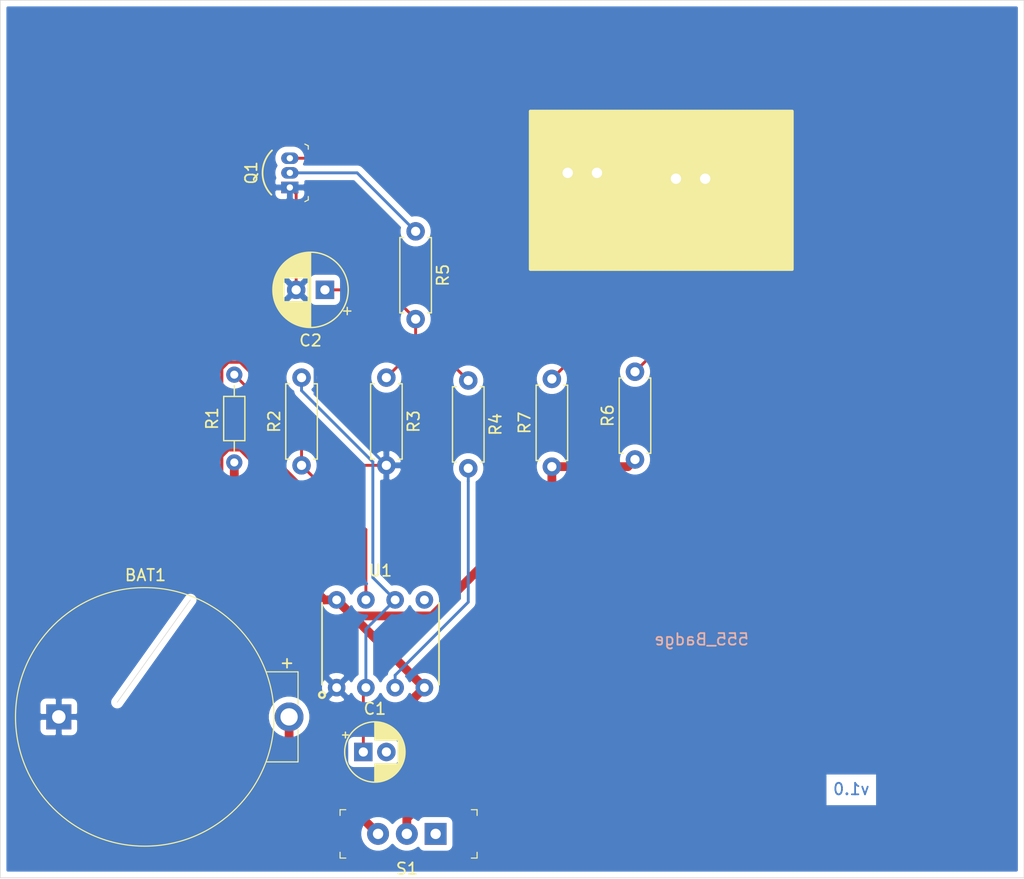
<source format=kicad_pcb>
(kicad_pcb (version 20171130) (host pcbnew "(5.1.5)-3")

  (general
    (thickness 1.6)
    (drawings 8)
    (tracks 76)
    (zones 0)
    (modules 15)
    (nets 15)
  )

  (page A4)
  (title_block
    (title "555 Badge")
    (rev v01)
  )

  (layers
    (0 F.Cu signal)
    (31 B.Cu signal hide)
    (32 B.Adhes user)
    (33 F.Adhes user)
    (34 B.Paste user)
    (35 F.Paste user)
    (36 B.SilkS user)
    (37 F.SilkS user hide)
    (38 B.Mask user)
    (39 F.Mask user)
    (40 Dwgs.User user)
    (41 Cmts.User user)
    (42 Eco1.User user)
    (43 Eco2.User user)
    (44 Edge.Cuts user)
    (45 Margin user)
    (46 B.CrtYd user)
    (47 F.CrtYd user)
    (48 B.Fab user)
    (49 F.Fab user)
  )

  (setup
    (last_trace_width 0.25)
    (user_trace_width 0.762)
    (trace_clearance 0.25)
    (zone_clearance 0.508)
    (zone_45_only no)
    (trace_min 0.1524)
    (via_size 0.8)
    (via_drill 0.4)
    (via_min_size 0.6858)
    (via_min_drill 0.3302)
    (uvia_size 0.6858)
    (uvia_drill 0.3302)
    (uvias_allowed no)
    (uvia_min_size 0.6858)
    (uvia_min_drill 0.3302)
    (edge_width 0.05)
    (segment_width 0.2)
    (pcb_text_width 0.3)
    (pcb_text_size 1.5 1.5)
    (mod_edge_width 0.12)
    (mod_text_size 1 1)
    (mod_text_width 0.15)
    (pad_size 1.524 1.524)
    (pad_drill 0.762)
    (pad_to_mask_clearance 0.002)
    (solder_mask_min_width 0.25)
    (aux_axis_origin 0 0)
    (visible_elements 7FFFFFFF)
    (pcbplotparams
      (layerselection 0x010f0_ffffffff)
      (usegerberextensions true)
      (usegerberattributes false)
      (usegerberadvancedattributes false)
      (creategerberjobfile false)
      (excludeedgelayer true)
      (linewidth 0.100000)
      (plotframeref false)
      (viasonmask false)
      (mode 1)
      (useauxorigin false)
      (hpglpennumber 1)
      (hpglpenspeed 20)
      (hpglpendiameter 15.000000)
      (psnegative false)
      (psa4output false)
      (plotreference true)
      (plotvalue false)
      (plotinvisibletext false)
      (padsonsilk false)
      (subtractmaskfromsilk false)
      (outputformat 1)
      (mirror false)
      (drillshape 0)
      (scaleselection 1)
      (outputdirectory "./"))
  )

  (net 0 "")
  (net 1 GND)
  (net 2 "Net-(BAT1-PadPos)")
  (net 3 "Net-(C1-Pad1)")
  (net 4 "Net-(C1-Pad2)")
  (net 5 "Net-(C2-Pad1)")
  (net 6 "Net-(D1-Pad1)")
  (net 7 "Net-(D1-Pad2)")
  (net 8 "Net-(D2-Pad2)")
  (net 9 "Net-(Q1-Pad2)")
  (net 10 VCC)
  (net 11 "Net-(R1-Pad2)")
  (net 12 "Net-(R4-Pad2)")
  (net 13 "Net-(S1-Pad1)")
  (net 14 "Net-(U1-Pad5)")

  (net_class Default "This is the default net class."
    (clearance 0.25)
    (trace_width 0.25)
    (via_dia 0.8)
    (via_drill 0.4)
    (uvia_dia 0.6858)
    (uvia_drill 0.3302)
    (add_net GND)
    (add_net "Net-(BAT1-PadPos)")
    (add_net "Net-(C1-Pad1)")
    (add_net "Net-(C1-Pad2)")
    (add_net "Net-(C2-Pad1)")
    (add_net "Net-(D1-Pad1)")
    (add_net "Net-(D1-Pad2)")
    (add_net "Net-(D2-Pad2)")
    (add_net "Net-(Q1-Pad2)")
    (add_net "Net-(R1-Pad2)")
    (add_net "Net-(R4-Pad2)")
    (add_net "Net-(S1-Pad1)")
    (add_net "Net-(U1-Pad5)")
    (add_net VCC)
  )

  (net_class 10 ""
    (clearance 0.25)
    (trace_width 0.762)
    (via_dia 0.8)
    (via_drill 0.4)
    (uvia_dia 0.6858)
    (uvia_drill 0.3302)
  )

  (module digikey-footprints:Battery_Holder_Coin_2032_BS-7 (layer F.Cu) (tedit 5ACD0859) (tstamp 5DFAC536)
    (at 43.18 125.73)
    (descr http://www.memoryprotectiondevices.com/datasheets/BS-7-datasheet.pdf)
    (path /5DFA0CF9)
    (fp_text reference BAT1 (at 7.52856 -12.3063) (layer F.SilkS)
      (effects (font (size 1 1) (thickness 0.15)))
    )
    (fp_text value BS-7 (at 7.4676 13.27) (layer F.Fab)
      (effects (font (size 1 1) (thickness 0.15)))
    )
    (fp_line (start -3.9624 11.43) (end 21.5138 11.43) (layer F.CrtYd) (width 0.05))
    (fp_line (start -3.9624 -11.43) (end 21.5138 -11.43) (layer F.CrtYd) (width 0.05))
    (fp_line (start 21.5138 -11.43) (end 21.5138 11.43) (layer F.CrtYd) (width 0.05))
    (fp_line (start -3.9624 -11.43) (end -3.9624 11.43) (layer F.CrtYd) (width 0.05))
    (fp_line (start 20.7772 3.9116) (end 20.7772 1.0668) (layer F.SilkS) (width 0.1))
    (fp_line (start 20.7772 -3.9116) (end 20.7772 -1.0668) (layer F.SilkS) (width 0.1))
    (fp_line (start 18.034 3.9116) (end 20.7772 3.9116) (layer F.SilkS) (width 0.1))
    (fp_line (start 18.034 -3.9116) (end 20.7772 -3.9116) (layer F.SilkS) (width 0.1))
    (fp_line (start 20.6756 -3.81) (end 20.6756 3.81) (layer F.Fab) (width 0.1))
    (fp_line (start 17.9832 3.81) (end 20.6756 3.81) (layer F.Fab) (width 0.1))
    (fp_line (start 17.9832 -3.81) (end 20.6756 -3.81) (layer F.Fab) (width 0.1))
    (fp_text user %R (at 7.4676 0) (layer F.Fab)
      (effects (font (size 1 1) (thickness 0.15)))
    )
    (fp_circle (center 7.4676 0) (end -3.7592 0) (layer F.SilkS) (width 0.1))
    (fp_circle (center 7.4676 0) (end -3.7084 0) (layer F.Fab) (width 0.1))
    (pad Neg thru_hole rect (at 0 0) (size 2.17 2.17) (drill 1.17) (layers *.Cu *.Mask)
      (net 1 GND))
    (pad Pos thru_hole circle (at 20 0) (size 2.5 2.5) (drill 1.5) (layers *.Cu *.Mask)
      (net 2 "Net-(BAT1-PadPos)"))
  )

  (module Capacitor_THT:CP_Radial_D5.0mm_P2.00mm (layer F.Cu) (tedit 5AE50EF0) (tstamp 5DFAF656)
    (at 69.628 128.778)
    (descr "CP, Radial series, Radial, pin pitch=2.00mm, , diameter=5mm, Electrolytic Capacitor")
    (tags "CP Radial series Radial pin pitch 2.00mm  diameter 5mm Electrolytic Capacitor")
    (path /5DF9A275)
    (fp_text reference C1 (at 1 -3.75) (layer F.SilkS)
      (effects (font (size 1 1) (thickness 0.15)))
    )
    (fp_text value 10uf (at -2.628 -1.778) (layer F.Fab)
      (effects (font (size 1 1) (thickness 0.15)))
    )
    (fp_circle (center 1 0) (end 3.5 0) (layer F.Fab) (width 0.1))
    (fp_circle (center 1 0) (end 3.62 0) (layer F.SilkS) (width 0.12))
    (fp_circle (center 1 0) (end 3.75 0) (layer F.CrtYd) (width 0.05))
    (fp_line (start -1.133605 -1.0875) (end -0.633605 -1.0875) (layer F.Fab) (width 0.1))
    (fp_line (start -0.883605 -1.3375) (end -0.883605 -0.8375) (layer F.Fab) (width 0.1))
    (fp_line (start 1 1.04) (end 1 2.58) (layer F.SilkS) (width 0.12))
    (fp_line (start 1 -2.58) (end 1 -1.04) (layer F.SilkS) (width 0.12))
    (fp_line (start 1.04 1.04) (end 1.04 2.58) (layer F.SilkS) (width 0.12))
    (fp_line (start 1.04 -2.58) (end 1.04 -1.04) (layer F.SilkS) (width 0.12))
    (fp_line (start 1.08 -2.579) (end 1.08 -1.04) (layer F.SilkS) (width 0.12))
    (fp_line (start 1.08 1.04) (end 1.08 2.579) (layer F.SilkS) (width 0.12))
    (fp_line (start 1.12 -2.578) (end 1.12 -1.04) (layer F.SilkS) (width 0.12))
    (fp_line (start 1.12 1.04) (end 1.12 2.578) (layer F.SilkS) (width 0.12))
    (fp_line (start 1.16 -2.576) (end 1.16 -1.04) (layer F.SilkS) (width 0.12))
    (fp_line (start 1.16 1.04) (end 1.16 2.576) (layer F.SilkS) (width 0.12))
    (fp_line (start 1.2 -2.573) (end 1.2 -1.04) (layer F.SilkS) (width 0.12))
    (fp_line (start 1.2 1.04) (end 1.2 2.573) (layer F.SilkS) (width 0.12))
    (fp_line (start 1.24 -2.569) (end 1.24 -1.04) (layer F.SilkS) (width 0.12))
    (fp_line (start 1.24 1.04) (end 1.24 2.569) (layer F.SilkS) (width 0.12))
    (fp_line (start 1.28 -2.565) (end 1.28 -1.04) (layer F.SilkS) (width 0.12))
    (fp_line (start 1.28 1.04) (end 1.28 2.565) (layer F.SilkS) (width 0.12))
    (fp_line (start 1.32 -2.561) (end 1.32 -1.04) (layer F.SilkS) (width 0.12))
    (fp_line (start 1.32 1.04) (end 1.32 2.561) (layer F.SilkS) (width 0.12))
    (fp_line (start 1.36 -2.556) (end 1.36 -1.04) (layer F.SilkS) (width 0.12))
    (fp_line (start 1.36 1.04) (end 1.36 2.556) (layer F.SilkS) (width 0.12))
    (fp_line (start 1.4 -2.55) (end 1.4 -1.04) (layer F.SilkS) (width 0.12))
    (fp_line (start 1.4 1.04) (end 1.4 2.55) (layer F.SilkS) (width 0.12))
    (fp_line (start 1.44 -2.543) (end 1.44 -1.04) (layer F.SilkS) (width 0.12))
    (fp_line (start 1.44 1.04) (end 1.44 2.543) (layer F.SilkS) (width 0.12))
    (fp_line (start 1.48 -2.536) (end 1.48 -1.04) (layer F.SilkS) (width 0.12))
    (fp_line (start 1.48 1.04) (end 1.48 2.536) (layer F.SilkS) (width 0.12))
    (fp_line (start 1.52 -2.528) (end 1.52 -1.04) (layer F.SilkS) (width 0.12))
    (fp_line (start 1.52 1.04) (end 1.52 2.528) (layer F.SilkS) (width 0.12))
    (fp_line (start 1.56 -2.52) (end 1.56 -1.04) (layer F.SilkS) (width 0.12))
    (fp_line (start 1.56 1.04) (end 1.56 2.52) (layer F.SilkS) (width 0.12))
    (fp_line (start 1.6 -2.511) (end 1.6 -1.04) (layer F.SilkS) (width 0.12))
    (fp_line (start 1.6 1.04) (end 1.6 2.511) (layer F.SilkS) (width 0.12))
    (fp_line (start 1.64 -2.501) (end 1.64 -1.04) (layer F.SilkS) (width 0.12))
    (fp_line (start 1.64 1.04) (end 1.64 2.501) (layer F.SilkS) (width 0.12))
    (fp_line (start 1.68 -2.491) (end 1.68 -1.04) (layer F.SilkS) (width 0.12))
    (fp_line (start 1.68 1.04) (end 1.68 2.491) (layer F.SilkS) (width 0.12))
    (fp_line (start 1.721 -2.48) (end 1.721 -1.04) (layer F.SilkS) (width 0.12))
    (fp_line (start 1.721 1.04) (end 1.721 2.48) (layer F.SilkS) (width 0.12))
    (fp_line (start 1.761 -2.468) (end 1.761 -1.04) (layer F.SilkS) (width 0.12))
    (fp_line (start 1.761 1.04) (end 1.761 2.468) (layer F.SilkS) (width 0.12))
    (fp_line (start 1.801 -2.455) (end 1.801 -1.04) (layer F.SilkS) (width 0.12))
    (fp_line (start 1.801 1.04) (end 1.801 2.455) (layer F.SilkS) (width 0.12))
    (fp_line (start 1.841 -2.442) (end 1.841 -1.04) (layer F.SilkS) (width 0.12))
    (fp_line (start 1.841 1.04) (end 1.841 2.442) (layer F.SilkS) (width 0.12))
    (fp_line (start 1.881 -2.428) (end 1.881 -1.04) (layer F.SilkS) (width 0.12))
    (fp_line (start 1.881 1.04) (end 1.881 2.428) (layer F.SilkS) (width 0.12))
    (fp_line (start 1.921 -2.414) (end 1.921 -1.04) (layer F.SilkS) (width 0.12))
    (fp_line (start 1.921 1.04) (end 1.921 2.414) (layer F.SilkS) (width 0.12))
    (fp_line (start 1.961 -2.398) (end 1.961 -1.04) (layer F.SilkS) (width 0.12))
    (fp_line (start 1.961 1.04) (end 1.961 2.398) (layer F.SilkS) (width 0.12))
    (fp_line (start 2.001 -2.382) (end 2.001 -1.04) (layer F.SilkS) (width 0.12))
    (fp_line (start 2.001 1.04) (end 2.001 2.382) (layer F.SilkS) (width 0.12))
    (fp_line (start 2.041 -2.365) (end 2.041 -1.04) (layer F.SilkS) (width 0.12))
    (fp_line (start 2.041 1.04) (end 2.041 2.365) (layer F.SilkS) (width 0.12))
    (fp_line (start 2.081 -2.348) (end 2.081 -1.04) (layer F.SilkS) (width 0.12))
    (fp_line (start 2.081 1.04) (end 2.081 2.348) (layer F.SilkS) (width 0.12))
    (fp_line (start 2.121 -2.329) (end 2.121 -1.04) (layer F.SilkS) (width 0.12))
    (fp_line (start 2.121 1.04) (end 2.121 2.329) (layer F.SilkS) (width 0.12))
    (fp_line (start 2.161 -2.31) (end 2.161 -1.04) (layer F.SilkS) (width 0.12))
    (fp_line (start 2.161 1.04) (end 2.161 2.31) (layer F.SilkS) (width 0.12))
    (fp_line (start 2.201 -2.29) (end 2.201 -1.04) (layer F.SilkS) (width 0.12))
    (fp_line (start 2.201 1.04) (end 2.201 2.29) (layer F.SilkS) (width 0.12))
    (fp_line (start 2.241 -2.268) (end 2.241 -1.04) (layer F.SilkS) (width 0.12))
    (fp_line (start 2.241 1.04) (end 2.241 2.268) (layer F.SilkS) (width 0.12))
    (fp_line (start 2.281 -2.247) (end 2.281 -1.04) (layer F.SilkS) (width 0.12))
    (fp_line (start 2.281 1.04) (end 2.281 2.247) (layer F.SilkS) (width 0.12))
    (fp_line (start 2.321 -2.224) (end 2.321 -1.04) (layer F.SilkS) (width 0.12))
    (fp_line (start 2.321 1.04) (end 2.321 2.224) (layer F.SilkS) (width 0.12))
    (fp_line (start 2.361 -2.2) (end 2.361 -1.04) (layer F.SilkS) (width 0.12))
    (fp_line (start 2.361 1.04) (end 2.361 2.2) (layer F.SilkS) (width 0.12))
    (fp_line (start 2.401 -2.175) (end 2.401 -1.04) (layer F.SilkS) (width 0.12))
    (fp_line (start 2.401 1.04) (end 2.401 2.175) (layer F.SilkS) (width 0.12))
    (fp_line (start 2.441 -2.149) (end 2.441 -1.04) (layer F.SilkS) (width 0.12))
    (fp_line (start 2.441 1.04) (end 2.441 2.149) (layer F.SilkS) (width 0.12))
    (fp_line (start 2.481 -2.122) (end 2.481 -1.04) (layer F.SilkS) (width 0.12))
    (fp_line (start 2.481 1.04) (end 2.481 2.122) (layer F.SilkS) (width 0.12))
    (fp_line (start 2.521 -2.095) (end 2.521 -1.04) (layer F.SilkS) (width 0.12))
    (fp_line (start 2.521 1.04) (end 2.521 2.095) (layer F.SilkS) (width 0.12))
    (fp_line (start 2.561 -2.065) (end 2.561 -1.04) (layer F.SilkS) (width 0.12))
    (fp_line (start 2.561 1.04) (end 2.561 2.065) (layer F.SilkS) (width 0.12))
    (fp_line (start 2.601 -2.035) (end 2.601 -1.04) (layer F.SilkS) (width 0.12))
    (fp_line (start 2.601 1.04) (end 2.601 2.035) (layer F.SilkS) (width 0.12))
    (fp_line (start 2.641 -2.004) (end 2.641 -1.04) (layer F.SilkS) (width 0.12))
    (fp_line (start 2.641 1.04) (end 2.641 2.004) (layer F.SilkS) (width 0.12))
    (fp_line (start 2.681 -1.971) (end 2.681 -1.04) (layer F.SilkS) (width 0.12))
    (fp_line (start 2.681 1.04) (end 2.681 1.971) (layer F.SilkS) (width 0.12))
    (fp_line (start 2.721 -1.937) (end 2.721 -1.04) (layer F.SilkS) (width 0.12))
    (fp_line (start 2.721 1.04) (end 2.721 1.937) (layer F.SilkS) (width 0.12))
    (fp_line (start 2.761 -1.901) (end 2.761 -1.04) (layer F.SilkS) (width 0.12))
    (fp_line (start 2.761 1.04) (end 2.761 1.901) (layer F.SilkS) (width 0.12))
    (fp_line (start 2.801 -1.864) (end 2.801 -1.04) (layer F.SilkS) (width 0.12))
    (fp_line (start 2.801 1.04) (end 2.801 1.864) (layer F.SilkS) (width 0.12))
    (fp_line (start 2.841 -1.826) (end 2.841 -1.04) (layer F.SilkS) (width 0.12))
    (fp_line (start 2.841 1.04) (end 2.841 1.826) (layer F.SilkS) (width 0.12))
    (fp_line (start 2.881 -1.785) (end 2.881 -1.04) (layer F.SilkS) (width 0.12))
    (fp_line (start 2.881 1.04) (end 2.881 1.785) (layer F.SilkS) (width 0.12))
    (fp_line (start 2.921 -1.743) (end 2.921 -1.04) (layer F.SilkS) (width 0.12))
    (fp_line (start 2.921 1.04) (end 2.921 1.743) (layer F.SilkS) (width 0.12))
    (fp_line (start 2.961 -1.699) (end 2.961 -1.04) (layer F.SilkS) (width 0.12))
    (fp_line (start 2.961 1.04) (end 2.961 1.699) (layer F.SilkS) (width 0.12))
    (fp_line (start 3.001 -1.653) (end 3.001 -1.04) (layer F.SilkS) (width 0.12))
    (fp_line (start 3.001 1.04) (end 3.001 1.653) (layer F.SilkS) (width 0.12))
    (fp_line (start 3.041 -1.605) (end 3.041 1.605) (layer F.SilkS) (width 0.12))
    (fp_line (start 3.081 -1.554) (end 3.081 1.554) (layer F.SilkS) (width 0.12))
    (fp_line (start 3.121 -1.5) (end 3.121 1.5) (layer F.SilkS) (width 0.12))
    (fp_line (start 3.161 -1.443) (end 3.161 1.443) (layer F.SilkS) (width 0.12))
    (fp_line (start 3.201 -1.383) (end 3.201 1.383) (layer F.SilkS) (width 0.12))
    (fp_line (start 3.241 -1.319) (end 3.241 1.319) (layer F.SilkS) (width 0.12))
    (fp_line (start 3.281 -1.251) (end 3.281 1.251) (layer F.SilkS) (width 0.12))
    (fp_line (start 3.321 -1.178) (end 3.321 1.178) (layer F.SilkS) (width 0.12))
    (fp_line (start 3.361 -1.098) (end 3.361 1.098) (layer F.SilkS) (width 0.12))
    (fp_line (start 3.401 -1.011) (end 3.401 1.011) (layer F.SilkS) (width 0.12))
    (fp_line (start 3.441 -0.915) (end 3.441 0.915) (layer F.SilkS) (width 0.12))
    (fp_line (start 3.481 -0.805) (end 3.481 0.805) (layer F.SilkS) (width 0.12))
    (fp_line (start 3.521 -0.677) (end 3.521 0.677) (layer F.SilkS) (width 0.12))
    (fp_line (start 3.561 -0.518) (end 3.561 0.518) (layer F.SilkS) (width 0.12))
    (fp_line (start 3.601 -0.284) (end 3.601 0.284) (layer F.SilkS) (width 0.12))
    (fp_line (start -1.804775 -1.475) (end -1.304775 -1.475) (layer F.SilkS) (width 0.12))
    (fp_line (start -1.554775 -1.725) (end -1.554775 -1.225) (layer F.SilkS) (width 0.12))
    (fp_text user %R (at 1 0) (layer F.Fab)
      (effects (font (size 1 1) (thickness 0.15)))
    )
    (pad 1 thru_hole rect (at 0 0) (size 1.6 1.6) (drill 0.8) (layers *.Cu *.Mask)
      (net 3 "Net-(C1-Pad1)"))
    (pad 2 thru_hole circle (at 2 0) (size 1.6 1.6) (drill 0.8) (layers *.Cu *.Mask)
      (net 4 "Net-(C1-Pad2)"))
    (model ${KISYS3DMOD}/Capacitor_THT.3dshapes/CP_Radial_D5.0mm_P2.00mm.wrl
      (at (xyz 0 0 0))
      (scale (xyz 1 1 1))
      (rotate (xyz 0 0 0))
    )
  )

  (module Capacitor_THT:CP_Radial_D6.3mm_P2.50mm (layer F.Cu) (tedit 5AE50EF0) (tstamp 5DFADF8B)
    (at 66.294 88.646 180)
    (descr "CP, Radial series, Radial, pin pitch=2.50mm, , diameter=6.3mm, Electrolytic Capacitor")
    (tags "CP Radial series Radial pin pitch 2.50mm  diameter 6.3mm Electrolytic Capacitor")
    (path /5DF9B1B3)
    (fp_text reference C2 (at 1.25 -4.4) (layer F.SilkS)
      (effects (font (size 1 1) (thickness 0.15)))
    )
    (fp_text value 100uf (at 1.25 4.4) (layer F.Fab)
      (effects (font (size 1 1) (thickness 0.15)))
    )
    (fp_text user %R (at 1.25 0) (layer F.Fab)
      (effects (font (size 1 1) (thickness 0.15)))
    )
    (fp_line (start -1.935241 -2.154) (end -1.935241 -1.524) (layer F.SilkS) (width 0.12))
    (fp_line (start -2.250241 -1.839) (end -1.620241 -1.839) (layer F.SilkS) (width 0.12))
    (fp_line (start 4.491 -0.402) (end 4.491 0.402) (layer F.SilkS) (width 0.12))
    (fp_line (start 4.451 -0.633) (end 4.451 0.633) (layer F.SilkS) (width 0.12))
    (fp_line (start 4.411 -0.802) (end 4.411 0.802) (layer F.SilkS) (width 0.12))
    (fp_line (start 4.371 -0.94) (end 4.371 0.94) (layer F.SilkS) (width 0.12))
    (fp_line (start 4.331 -1.059) (end 4.331 1.059) (layer F.SilkS) (width 0.12))
    (fp_line (start 4.291 -1.165) (end 4.291 1.165) (layer F.SilkS) (width 0.12))
    (fp_line (start 4.251 -1.262) (end 4.251 1.262) (layer F.SilkS) (width 0.12))
    (fp_line (start 4.211 -1.35) (end 4.211 1.35) (layer F.SilkS) (width 0.12))
    (fp_line (start 4.171 -1.432) (end 4.171 1.432) (layer F.SilkS) (width 0.12))
    (fp_line (start 4.131 -1.509) (end 4.131 1.509) (layer F.SilkS) (width 0.12))
    (fp_line (start 4.091 -1.581) (end 4.091 1.581) (layer F.SilkS) (width 0.12))
    (fp_line (start 4.051 -1.65) (end 4.051 1.65) (layer F.SilkS) (width 0.12))
    (fp_line (start 4.011 -1.714) (end 4.011 1.714) (layer F.SilkS) (width 0.12))
    (fp_line (start 3.971 -1.776) (end 3.971 1.776) (layer F.SilkS) (width 0.12))
    (fp_line (start 3.931 -1.834) (end 3.931 1.834) (layer F.SilkS) (width 0.12))
    (fp_line (start 3.891 -1.89) (end 3.891 1.89) (layer F.SilkS) (width 0.12))
    (fp_line (start 3.851 -1.944) (end 3.851 1.944) (layer F.SilkS) (width 0.12))
    (fp_line (start 3.811 -1.995) (end 3.811 1.995) (layer F.SilkS) (width 0.12))
    (fp_line (start 3.771 -2.044) (end 3.771 2.044) (layer F.SilkS) (width 0.12))
    (fp_line (start 3.731 -2.092) (end 3.731 2.092) (layer F.SilkS) (width 0.12))
    (fp_line (start 3.691 -2.137) (end 3.691 2.137) (layer F.SilkS) (width 0.12))
    (fp_line (start 3.651 -2.182) (end 3.651 2.182) (layer F.SilkS) (width 0.12))
    (fp_line (start 3.611 -2.224) (end 3.611 2.224) (layer F.SilkS) (width 0.12))
    (fp_line (start 3.571 -2.265) (end 3.571 2.265) (layer F.SilkS) (width 0.12))
    (fp_line (start 3.531 1.04) (end 3.531 2.305) (layer F.SilkS) (width 0.12))
    (fp_line (start 3.531 -2.305) (end 3.531 -1.04) (layer F.SilkS) (width 0.12))
    (fp_line (start 3.491 1.04) (end 3.491 2.343) (layer F.SilkS) (width 0.12))
    (fp_line (start 3.491 -2.343) (end 3.491 -1.04) (layer F.SilkS) (width 0.12))
    (fp_line (start 3.451 1.04) (end 3.451 2.38) (layer F.SilkS) (width 0.12))
    (fp_line (start 3.451 -2.38) (end 3.451 -1.04) (layer F.SilkS) (width 0.12))
    (fp_line (start 3.411 1.04) (end 3.411 2.416) (layer F.SilkS) (width 0.12))
    (fp_line (start 3.411 -2.416) (end 3.411 -1.04) (layer F.SilkS) (width 0.12))
    (fp_line (start 3.371 1.04) (end 3.371 2.45) (layer F.SilkS) (width 0.12))
    (fp_line (start 3.371 -2.45) (end 3.371 -1.04) (layer F.SilkS) (width 0.12))
    (fp_line (start 3.331 1.04) (end 3.331 2.484) (layer F.SilkS) (width 0.12))
    (fp_line (start 3.331 -2.484) (end 3.331 -1.04) (layer F.SilkS) (width 0.12))
    (fp_line (start 3.291 1.04) (end 3.291 2.516) (layer F.SilkS) (width 0.12))
    (fp_line (start 3.291 -2.516) (end 3.291 -1.04) (layer F.SilkS) (width 0.12))
    (fp_line (start 3.251 1.04) (end 3.251 2.548) (layer F.SilkS) (width 0.12))
    (fp_line (start 3.251 -2.548) (end 3.251 -1.04) (layer F.SilkS) (width 0.12))
    (fp_line (start 3.211 1.04) (end 3.211 2.578) (layer F.SilkS) (width 0.12))
    (fp_line (start 3.211 -2.578) (end 3.211 -1.04) (layer F.SilkS) (width 0.12))
    (fp_line (start 3.171 1.04) (end 3.171 2.607) (layer F.SilkS) (width 0.12))
    (fp_line (start 3.171 -2.607) (end 3.171 -1.04) (layer F.SilkS) (width 0.12))
    (fp_line (start 3.131 1.04) (end 3.131 2.636) (layer F.SilkS) (width 0.12))
    (fp_line (start 3.131 -2.636) (end 3.131 -1.04) (layer F.SilkS) (width 0.12))
    (fp_line (start 3.091 1.04) (end 3.091 2.664) (layer F.SilkS) (width 0.12))
    (fp_line (start 3.091 -2.664) (end 3.091 -1.04) (layer F.SilkS) (width 0.12))
    (fp_line (start 3.051 1.04) (end 3.051 2.69) (layer F.SilkS) (width 0.12))
    (fp_line (start 3.051 -2.69) (end 3.051 -1.04) (layer F.SilkS) (width 0.12))
    (fp_line (start 3.011 1.04) (end 3.011 2.716) (layer F.SilkS) (width 0.12))
    (fp_line (start 3.011 -2.716) (end 3.011 -1.04) (layer F.SilkS) (width 0.12))
    (fp_line (start 2.971 1.04) (end 2.971 2.742) (layer F.SilkS) (width 0.12))
    (fp_line (start 2.971 -2.742) (end 2.971 -1.04) (layer F.SilkS) (width 0.12))
    (fp_line (start 2.931 1.04) (end 2.931 2.766) (layer F.SilkS) (width 0.12))
    (fp_line (start 2.931 -2.766) (end 2.931 -1.04) (layer F.SilkS) (width 0.12))
    (fp_line (start 2.891 1.04) (end 2.891 2.79) (layer F.SilkS) (width 0.12))
    (fp_line (start 2.891 -2.79) (end 2.891 -1.04) (layer F.SilkS) (width 0.12))
    (fp_line (start 2.851 1.04) (end 2.851 2.812) (layer F.SilkS) (width 0.12))
    (fp_line (start 2.851 -2.812) (end 2.851 -1.04) (layer F.SilkS) (width 0.12))
    (fp_line (start 2.811 1.04) (end 2.811 2.834) (layer F.SilkS) (width 0.12))
    (fp_line (start 2.811 -2.834) (end 2.811 -1.04) (layer F.SilkS) (width 0.12))
    (fp_line (start 2.771 1.04) (end 2.771 2.856) (layer F.SilkS) (width 0.12))
    (fp_line (start 2.771 -2.856) (end 2.771 -1.04) (layer F.SilkS) (width 0.12))
    (fp_line (start 2.731 1.04) (end 2.731 2.876) (layer F.SilkS) (width 0.12))
    (fp_line (start 2.731 -2.876) (end 2.731 -1.04) (layer F.SilkS) (width 0.12))
    (fp_line (start 2.691 1.04) (end 2.691 2.896) (layer F.SilkS) (width 0.12))
    (fp_line (start 2.691 -2.896) (end 2.691 -1.04) (layer F.SilkS) (width 0.12))
    (fp_line (start 2.651 1.04) (end 2.651 2.916) (layer F.SilkS) (width 0.12))
    (fp_line (start 2.651 -2.916) (end 2.651 -1.04) (layer F.SilkS) (width 0.12))
    (fp_line (start 2.611 1.04) (end 2.611 2.934) (layer F.SilkS) (width 0.12))
    (fp_line (start 2.611 -2.934) (end 2.611 -1.04) (layer F.SilkS) (width 0.12))
    (fp_line (start 2.571 1.04) (end 2.571 2.952) (layer F.SilkS) (width 0.12))
    (fp_line (start 2.571 -2.952) (end 2.571 -1.04) (layer F.SilkS) (width 0.12))
    (fp_line (start 2.531 1.04) (end 2.531 2.97) (layer F.SilkS) (width 0.12))
    (fp_line (start 2.531 -2.97) (end 2.531 -1.04) (layer F.SilkS) (width 0.12))
    (fp_line (start 2.491 1.04) (end 2.491 2.986) (layer F.SilkS) (width 0.12))
    (fp_line (start 2.491 -2.986) (end 2.491 -1.04) (layer F.SilkS) (width 0.12))
    (fp_line (start 2.451 1.04) (end 2.451 3.002) (layer F.SilkS) (width 0.12))
    (fp_line (start 2.451 -3.002) (end 2.451 -1.04) (layer F.SilkS) (width 0.12))
    (fp_line (start 2.411 1.04) (end 2.411 3.018) (layer F.SilkS) (width 0.12))
    (fp_line (start 2.411 -3.018) (end 2.411 -1.04) (layer F.SilkS) (width 0.12))
    (fp_line (start 2.371 1.04) (end 2.371 3.033) (layer F.SilkS) (width 0.12))
    (fp_line (start 2.371 -3.033) (end 2.371 -1.04) (layer F.SilkS) (width 0.12))
    (fp_line (start 2.331 1.04) (end 2.331 3.047) (layer F.SilkS) (width 0.12))
    (fp_line (start 2.331 -3.047) (end 2.331 -1.04) (layer F.SilkS) (width 0.12))
    (fp_line (start 2.291 1.04) (end 2.291 3.061) (layer F.SilkS) (width 0.12))
    (fp_line (start 2.291 -3.061) (end 2.291 -1.04) (layer F.SilkS) (width 0.12))
    (fp_line (start 2.251 1.04) (end 2.251 3.074) (layer F.SilkS) (width 0.12))
    (fp_line (start 2.251 -3.074) (end 2.251 -1.04) (layer F.SilkS) (width 0.12))
    (fp_line (start 2.211 1.04) (end 2.211 3.086) (layer F.SilkS) (width 0.12))
    (fp_line (start 2.211 -3.086) (end 2.211 -1.04) (layer F.SilkS) (width 0.12))
    (fp_line (start 2.171 1.04) (end 2.171 3.098) (layer F.SilkS) (width 0.12))
    (fp_line (start 2.171 -3.098) (end 2.171 -1.04) (layer F.SilkS) (width 0.12))
    (fp_line (start 2.131 1.04) (end 2.131 3.11) (layer F.SilkS) (width 0.12))
    (fp_line (start 2.131 -3.11) (end 2.131 -1.04) (layer F.SilkS) (width 0.12))
    (fp_line (start 2.091 1.04) (end 2.091 3.121) (layer F.SilkS) (width 0.12))
    (fp_line (start 2.091 -3.121) (end 2.091 -1.04) (layer F.SilkS) (width 0.12))
    (fp_line (start 2.051 1.04) (end 2.051 3.131) (layer F.SilkS) (width 0.12))
    (fp_line (start 2.051 -3.131) (end 2.051 -1.04) (layer F.SilkS) (width 0.12))
    (fp_line (start 2.011 1.04) (end 2.011 3.141) (layer F.SilkS) (width 0.12))
    (fp_line (start 2.011 -3.141) (end 2.011 -1.04) (layer F.SilkS) (width 0.12))
    (fp_line (start 1.971 1.04) (end 1.971 3.15) (layer F.SilkS) (width 0.12))
    (fp_line (start 1.971 -3.15) (end 1.971 -1.04) (layer F.SilkS) (width 0.12))
    (fp_line (start 1.93 1.04) (end 1.93 3.159) (layer F.SilkS) (width 0.12))
    (fp_line (start 1.93 -3.159) (end 1.93 -1.04) (layer F.SilkS) (width 0.12))
    (fp_line (start 1.89 1.04) (end 1.89 3.167) (layer F.SilkS) (width 0.12))
    (fp_line (start 1.89 -3.167) (end 1.89 -1.04) (layer F.SilkS) (width 0.12))
    (fp_line (start 1.85 1.04) (end 1.85 3.175) (layer F.SilkS) (width 0.12))
    (fp_line (start 1.85 -3.175) (end 1.85 -1.04) (layer F.SilkS) (width 0.12))
    (fp_line (start 1.81 1.04) (end 1.81 3.182) (layer F.SilkS) (width 0.12))
    (fp_line (start 1.81 -3.182) (end 1.81 -1.04) (layer F.SilkS) (width 0.12))
    (fp_line (start 1.77 1.04) (end 1.77 3.189) (layer F.SilkS) (width 0.12))
    (fp_line (start 1.77 -3.189) (end 1.77 -1.04) (layer F.SilkS) (width 0.12))
    (fp_line (start 1.73 1.04) (end 1.73 3.195) (layer F.SilkS) (width 0.12))
    (fp_line (start 1.73 -3.195) (end 1.73 -1.04) (layer F.SilkS) (width 0.12))
    (fp_line (start 1.69 1.04) (end 1.69 3.201) (layer F.SilkS) (width 0.12))
    (fp_line (start 1.69 -3.201) (end 1.69 -1.04) (layer F.SilkS) (width 0.12))
    (fp_line (start 1.65 1.04) (end 1.65 3.206) (layer F.SilkS) (width 0.12))
    (fp_line (start 1.65 -3.206) (end 1.65 -1.04) (layer F.SilkS) (width 0.12))
    (fp_line (start 1.61 1.04) (end 1.61 3.211) (layer F.SilkS) (width 0.12))
    (fp_line (start 1.61 -3.211) (end 1.61 -1.04) (layer F.SilkS) (width 0.12))
    (fp_line (start 1.57 1.04) (end 1.57 3.215) (layer F.SilkS) (width 0.12))
    (fp_line (start 1.57 -3.215) (end 1.57 -1.04) (layer F.SilkS) (width 0.12))
    (fp_line (start 1.53 1.04) (end 1.53 3.218) (layer F.SilkS) (width 0.12))
    (fp_line (start 1.53 -3.218) (end 1.53 -1.04) (layer F.SilkS) (width 0.12))
    (fp_line (start 1.49 1.04) (end 1.49 3.222) (layer F.SilkS) (width 0.12))
    (fp_line (start 1.49 -3.222) (end 1.49 -1.04) (layer F.SilkS) (width 0.12))
    (fp_line (start 1.45 -3.224) (end 1.45 3.224) (layer F.SilkS) (width 0.12))
    (fp_line (start 1.41 -3.227) (end 1.41 3.227) (layer F.SilkS) (width 0.12))
    (fp_line (start 1.37 -3.228) (end 1.37 3.228) (layer F.SilkS) (width 0.12))
    (fp_line (start 1.33 -3.23) (end 1.33 3.23) (layer F.SilkS) (width 0.12))
    (fp_line (start 1.29 -3.23) (end 1.29 3.23) (layer F.SilkS) (width 0.12))
    (fp_line (start 1.25 -3.23) (end 1.25 3.23) (layer F.SilkS) (width 0.12))
    (fp_line (start -1.128972 -1.6885) (end -1.128972 -1.0585) (layer F.Fab) (width 0.1))
    (fp_line (start -1.443972 -1.3735) (end -0.813972 -1.3735) (layer F.Fab) (width 0.1))
    (fp_circle (center 1.25 0) (end 4.65 0) (layer F.CrtYd) (width 0.05))
    (fp_circle (center 1.25 0) (end 4.52 0) (layer F.SilkS) (width 0.12))
    (fp_circle (center 1.25 0) (end 4.4 0) (layer F.Fab) (width 0.1))
    (pad 2 thru_hole circle (at 2.5 0 180) (size 1.6 1.6) (drill 0.8) (layers *.Cu *.Mask)
      (net 1 GND))
    (pad 1 thru_hole rect (at 0 0 180) (size 1.6 1.6) (drill 0.8) (layers *.Cu *.Mask)
      (net 5 "Net-(C2-Pad1)"))
    (model ${KISYS3DMOD}/Capacitor_THT.3dshapes/CP_Radial_D6.3mm_P2.50mm.wrl
      (at (xyz 0 0 0))
      (scale (xyz 1 1 1))
      (rotate (xyz 0 0 0))
    )
  )

  (module LED_THT:LED_D3.0mm (layer F.Cu) (tedit 587A3A7B) (tstamp 5DFADCCA)
    (at 96.774 78.994)
    (descr "LED, diameter 3.0mm, 2 pins")
    (tags "LED diameter 3.0mm 2 pins")
    (path /5DF9D19F)
    (fp_text reference D1 (at 1.27 -2.96) (layer F.SilkS)
      (effects (font (size 1 1) (thickness 0.15)))
    )
    (fp_text value RED (at 1.27 2.96) (layer F.Fab)
      (effects (font (size 1 1) (thickness 0.15)))
    )
    (fp_arc (start 1.27 0) (end -0.23 -1.16619) (angle 284.3) (layer F.Fab) (width 0.1))
    (fp_arc (start 1.27 0) (end -0.29 -1.235516) (angle 108.8) (layer F.SilkS) (width 0.12))
    (fp_arc (start 1.27 0) (end -0.29 1.235516) (angle -108.8) (layer F.SilkS) (width 0.12))
    (fp_arc (start 1.27 0) (end 0.229039 -1.08) (angle 87.9) (layer F.SilkS) (width 0.12))
    (fp_arc (start 1.27 0) (end 0.229039 1.08) (angle -87.9) (layer F.SilkS) (width 0.12))
    (fp_circle (center 1.27 0) (end 2.77 0) (layer F.Fab) (width 0.1))
    (fp_line (start -0.23 -1.16619) (end -0.23 1.16619) (layer F.Fab) (width 0.1))
    (fp_line (start -0.29 -1.236) (end -0.29 -1.08) (layer F.SilkS) (width 0.12))
    (fp_line (start -0.29 1.08) (end -0.29 1.236) (layer F.SilkS) (width 0.12))
    (fp_line (start -1.15 -2.25) (end -1.15 2.25) (layer F.CrtYd) (width 0.05))
    (fp_line (start -1.15 2.25) (end 3.7 2.25) (layer F.CrtYd) (width 0.05))
    (fp_line (start 3.7 2.25) (end 3.7 -2.25) (layer F.CrtYd) (width 0.05))
    (fp_line (start 3.7 -2.25) (end -1.15 -2.25) (layer F.CrtYd) (width 0.05))
    (pad 1 thru_hole rect (at 0 0) (size 1.8 1.8) (drill 0.9) (layers *.Cu *.Mask)
      (net 6 "Net-(D1-Pad1)"))
    (pad 2 thru_hole circle (at 2.54 0) (size 1.8 1.8) (drill 0.9) (layers *.Cu *.Mask)
      (net 7 "Net-(D1-Pad2)"))
    (model ${KISYS3DMOD}/LED_THT.3dshapes/LED_D3.0mm.wrl
      (at (xyz 0 0 0))
      (scale (xyz 1 1 1))
      (rotate (xyz 0 0 0))
    )
  )

  (module LED_THT:LED_D3.0mm (layer F.Cu) (tedit 587A3A7B) (tstamp 5DFAE204)
    (at 87.376 78.486)
    (descr "LED, diameter 3.0mm, 2 pins")
    (tags "LED diameter 3.0mm 2 pins")
    (path /5DF9EC66)
    (fp_text reference D2 (at 1.27 -2.96) (layer F.SilkS)
      (effects (font (size 1 1) (thickness 0.15)))
    )
    (fp_text value RED (at 1.27 2.96) (layer F.Fab)
      (effects (font (size 1 1) (thickness 0.15)))
    )
    (fp_arc (start 1.27 0) (end -0.23 -1.16619) (angle 284.3) (layer F.Fab) (width 0.1))
    (fp_arc (start 1.27 0) (end -0.29 -1.235516) (angle 108.8) (layer F.SilkS) (width 0.12))
    (fp_arc (start 1.27 0) (end -0.29 1.235516) (angle -108.8) (layer F.SilkS) (width 0.12))
    (fp_arc (start 1.27 0) (end 0.229039 -1.08) (angle 87.9) (layer F.SilkS) (width 0.12))
    (fp_arc (start 1.27 0) (end 0.229039 1.08) (angle -87.9) (layer F.SilkS) (width 0.12))
    (fp_circle (center 1.27 0) (end 2.77 0) (layer F.Fab) (width 0.1))
    (fp_line (start -0.23 -1.16619) (end -0.23 1.16619) (layer F.Fab) (width 0.1))
    (fp_line (start -0.29 -1.236) (end -0.29 -1.08) (layer F.SilkS) (width 0.12))
    (fp_line (start -0.29 1.08) (end -0.29 1.236) (layer F.SilkS) (width 0.12))
    (fp_line (start -1.15 -2.25) (end -1.15 2.25) (layer F.CrtYd) (width 0.05))
    (fp_line (start -1.15 2.25) (end 3.7 2.25) (layer F.CrtYd) (width 0.05))
    (fp_line (start 3.7 2.25) (end 3.7 -2.25) (layer F.CrtYd) (width 0.05))
    (fp_line (start 3.7 -2.25) (end -1.15 -2.25) (layer F.CrtYd) (width 0.05))
    (pad 1 thru_hole rect (at 0 0) (size 1.8 1.8) (drill 0.9) (layers *.Cu *.Mask)
      (net 6 "Net-(D1-Pad1)"))
    (pad 2 thru_hole circle (at 2.54 0) (size 1.8 1.8) (drill 0.9) (layers *.Cu *.Mask)
      (net 8 "Net-(D2-Pad2)"))
    (model ${KISYS3DMOD}/LED_THT.3dshapes/LED_D3.0mm.wrl
      (at (xyz 0 0 0))
      (scale (xyz 1 1 1))
      (rotate (xyz 0 0 0))
    )
  )

  (module digikey-footprints:TO-92-3 (layer F.Cu) (tedit 5AF9CDD1) (tstamp 5DFAB8CB)
    (at 63.246 79.756 90)
    (descr http://www.ti.com/lit/ds/symlink/tl431a.pdf)
    (path /5DF9F13C)
    (fp_text reference Q1 (at 1.27 -3.35 90) (layer F.SilkS)
      (effects (font (size 1 1) (thickness 0.15)))
    )
    (fp_text value 2N3904 (at 1.27 2.5 90) (layer F.Fab)
      (effects (font (size 1 1) (thickness 0.15)))
    )
    (fp_text user %R (at 1.27 -1.25 270) (layer F.Fab)
      (effects (font (size 0.75 0.75) (thickness 0.15)))
    )
    (fp_line (start -1.08 1.6) (end -1.23 1.3) (layer F.SilkS) (width 0.1))
    (fp_line (start -0.78 1.6) (end -1.08 1.6) (layer F.SilkS) (width 0.1))
    (fp_line (start 3.62 1.6) (end 3.32 1.6) (layer F.SilkS) (width 0.1))
    (fp_line (start 3.62 1.6) (end 3.77 1.3) (layer F.SilkS) (width 0.1))
    (fp_line (start 4.17 1.75) (end 4.17 -2.5) (layer F.CrtYd) (width 0.05))
    (fp_line (start -1.63 1.75) (end -1.63 -2.5) (layer F.CrtYd) (width 0.05))
    (fp_line (start -1.63 1.75) (end 4.17 1.75) (layer F.CrtYd) (width 0.05))
    (fp_line (start -1.63 -2.5) (end 4.17 -2.5) (layer F.CrtYd) (width 0.05))
    (fp_arc (start 1.27 0.3) (end -1.33 0.3) (angle 90) (layer F.Fab) (width 0.15))
    (fp_arc (start 1.27 0.3) (end -1.03 1.5) (angle 235) (layer F.Fab) (width 0.15))
    (fp_line (start 3.57 1.5) (end -1.03 1.5) (layer F.Fab) (width 0.15))
    (fp_arc (start 1.27 0.35) (end -0.63 -1.6) (angle 90) (layer F.SilkS) (width 0.15))
    (pad 1 thru_hole rect (at 0 0 270) (size 1 1.5) (drill 0.55) (layers *.Cu *.Mask)
      (net 1 GND))
    (pad 3 thru_hole oval (at 2.54 0 270) (size 1 1.5) (drill 0.55) (layers *.Cu *.Mask)
      (net 6 "Net-(D1-Pad1)"))
    (pad 2 thru_hole oval (at 1.27 0 270) (size 1 1.5) (drill 0.55) (layers *.Cu *.Mask)
      (net 9 "Net-(Q1-Pad2)"))
  )

  (module Resistor_THT:R_Axial_DIN0204_L3.6mm_D1.6mm_P7.62mm_Horizontal (layer F.Cu) (tedit 5AE5139B) (tstamp 5DFAE142)
    (at 58.42 103.632 90)
    (descr "Resistor, Axial_DIN0204 series, Axial, Horizontal, pin pitch=7.62mm, 0.167W, length*diameter=3.6*1.6mm^2, http://cdn-reichelt.de/documents/datenblatt/B400/1_4W%23YAG.pdf")
    (tags "Resistor Axial_DIN0204 series Axial Horizontal pin pitch 7.62mm 0.167W length 3.6mm diameter 1.6mm")
    (path /5DF9677D)
    (fp_text reference R1 (at 3.81 -1.92 90) (layer F.SilkS)
      (effects (font (size 1 1) (thickness 0.15)))
    )
    (fp_text value 22K (at 3.81 1.92 90) (layer F.Fab)
      (effects (font (size 1 1) (thickness 0.15)))
    )
    (fp_line (start 2.01 -0.8) (end 2.01 0.8) (layer F.Fab) (width 0.1))
    (fp_line (start 2.01 0.8) (end 5.61 0.8) (layer F.Fab) (width 0.1))
    (fp_line (start 5.61 0.8) (end 5.61 -0.8) (layer F.Fab) (width 0.1))
    (fp_line (start 5.61 -0.8) (end 2.01 -0.8) (layer F.Fab) (width 0.1))
    (fp_line (start 0 0) (end 2.01 0) (layer F.Fab) (width 0.1))
    (fp_line (start 7.62 0) (end 5.61 0) (layer F.Fab) (width 0.1))
    (fp_line (start 1.89 -0.92) (end 1.89 0.92) (layer F.SilkS) (width 0.12))
    (fp_line (start 1.89 0.92) (end 5.73 0.92) (layer F.SilkS) (width 0.12))
    (fp_line (start 5.73 0.92) (end 5.73 -0.92) (layer F.SilkS) (width 0.12))
    (fp_line (start 5.73 -0.92) (end 1.89 -0.92) (layer F.SilkS) (width 0.12))
    (fp_line (start 0.94 0) (end 1.89 0) (layer F.SilkS) (width 0.12))
    (fp_line (start 6.68 0) (end 5.73 0) (layer F.SilkS) (width 0.12))
    (fp_line (start -0.95 -1.05) (end -0.95 1.05) (layer F.CrtYd) (width 0.05))
    (fp_line (start -0.95 1.05) (end 8.57 1.05) (layer F.CrtYd) (width 0.05))
    (fp_line (start 8.57 1.05) (end 8.57 -1.05) (layer F.CrtYd) (width 0.05))
    (fp_line (start 8.57 -1.05) (end -0.95 -1.05) (layer F.CrtYd) (width 0.05))
    (fp_text user %R (at 3.81 0 90) (layer F.Fab)
      (effects (font (size 0.72 0.72) (thickness 0.108)))
    )
    (pad 1 thru_hole circle (at 0 0 90) (size 1.4 1.4) (drill 0.7) (layers *.Cu *.Mask)
      (net 10 VCC))
    (pad 2 thru_hole oval (at 7.62 0 90) (size 1.4 1.4) (drill 0.7) (layers *.Cu *.Mask)
      (net 11 "Net-(R1-Pad2)"))
    (model ${KISYS3DMOD}/Resistor_THT.3dshapes/R_Axial_DIN0204_L3.6mm_D1.6mm_P7.62mm_Horizontal.wrl
      (at (xyz 0 0 0))
      (scale (xyz 1 1 1))
      (rotate (xyz 0 0 0))
    )
  )

  (module Resistor_THT:R_Axial_DIN0207_L6.3mm_D2.5mm_P7.62mm_Horizontal (layer F.Cu) (tedit 5AE5139B) (tstamp 5DFAE1C6)
    (at 64.262 103.886 90)
    (descr "Resistor, Axial_DIN0207 series, Axial, Horizontal, pin pitch=7.62mm, 0.25W = 1/4W, length*diameter=6.3*2.5mm^2, http://cdn-reichelt.de/documents/datenblatt/B400/1_4W%23YAG.pdf")
    (tags "Resistor Axial_DIN0207 series Axial Horizontal pin pitch 7.62mm 0.25W = 1/4W length 6.3mm diameter 2.5mm")
    (path /5DF97313)
    (fp_text reference R2 (at 3.81 -2.37 90) (layer F.SilkS)
      (effects (font (size 1 1) (thickness 0.15)))
    )
    (fp_text value 330 (at 3.81 2.37 90) (layer F.Fab)
      (effects (font (size 1 1) (thickness 0.15)))
    )
    (fp_line (start 0.66 -1.25) (end 0.66 1.25) (layer F.Fab) (width 0.1))
    (fp_line (start 0.66 1.25) (end 6.96 1.25) (layer F.Fab) (width 0.1))
    (fp_line (start 6.96 1.25) (end 6.96 -1.25) (layer F.Fab) (width 0.1))
    (fp_line (start 6.96 -1.25) (end 0.66 -1.25) (layer F.Fab) (width 0.1))
    (fp_line (start 0 0) (end 0.66 0) (layer F.Fab) (width 0.1))
    (fp_line (start 7.62 0) (end 6.96 0) (layer F.Fab) (width 0.1))
    (fp_line (start 0.54 -1.04) (end 0.54 -1.37) (layer F.SilkS) (width 0.12))
    (fp_line (start 0.54 -1.37) (end 7.08 -1.37) (layer F.SilkS) (width 0.12))
    (fp_line (start 7.08 -1.37) (end 7.08 -1.04) (layer F.SilkS) (width 0.12))
    (fp_line (start 0.54 1.04) (end 0.54 1.37) (layer F.SilkS) (width 0.12))
    (fp_line (start 0.54 1.37) (end 7.08 1.37) (layer F.SilkS) (width 0.12))
    (fp_line (start 7.08 1.37) (end 7.08 1.04) (layer F.SilkS) (width 0.12))
    (fp_line (start -1.05 -1.5) (end -1.05 1.5) (layer F.CrtYd) (width 0.05))
    (fp_line (start -1.05 1.5) (end 8.67 1.5) (layer F.CrtYd) (width 0.05))
    (fp_line (start 8.67 1.5) (end 8.67 -1.5) (layer F.CrtYd) (width 0.05))
    (fp_line (start 8.67 -1.5) (end -1.05 -1.5) (layer F.CrtYd) (width 0.05))
    (fp_text user %R (at 3.81 0 90) (layer F.Fab)
      (effects (font (size 1 1) (thickness 0.15)))
    )
    (pad 1 thru_hole circle (at 0 0 90) (size 1.6 1.6) (drill 0.8) (layers *.Cu *.Mask)
      (net 11 "Net-(R1-Pad2)"))
    (pad 2 thru_hole oval (at 7.62 0 90) (size 1.6 1.6) (drill 0.8) (layers *.Cu *.Mask)
      (net 3 "Net-(C1-Pad1)"))
    (model ${KISYS3DMOD}/Resistor_THT.3dshapes/R_Axial_DIN0207_L6.3mm_D2.5mm_P7.62mm_Horizontal.wrl
      (at (xyz 0 0 0))
      (scale (xyz 1 1 1))
      (rotate (xyz 0 0 0))
    )
  )

  (module Resistor_THT:R_Axial_DIN0207_L6.3mm_D2.5mm_P7.62mm_Horizontal (layer F.Cu) (tedit 5AE5139B) (tstamp 5DFAE0C7)
    (at 71.628 96.266 270)
    (descr "Resistor, Axial_DIN0207 series, Axial, Horizontal, pin pitch=7.62mm, 0.25W = 1/4W, length*diameter=6.3*2.5mm^2, http://cdn-reichelt.de/documents/datenblatt/B400/1_4W%23YAG.pdf")
    (tags "Resistor Axial_DIN0207 series Axial Horizontal pin pitch 7.62mm 0.25W = 1/4W length 6.3mm diameter 2.5mm")
    (path /5DF983D0)
    (fp_text reference R3 (at 3.81 -2.37 90) (layer F.SilkS)
      (effects (font (size 1 1) (thickness 0.15)))
    )
    (fp_text value 100k (at 3.81 2.37 90) (layer F.Fab)
      (effects (font (size 1 1) (thickness 0.15)))
    )
    (fp_text user %R (at 3.81 0 270) (layer F.Fab)
      (effects (font (size 1 1) (thickness 0.15)))
    )
    (fp_line (start 8.67 -1.5) (end -1.05 -1.5) (layer F.CrtYd) (width 0.05))
    (fp_line (start 8.67 1.5) (end 8.67 -1.5) (layer F.CrtYd) (width 0.05))
    (fp_line (start -1.05 1.5) (end 8.67 1.5) (layer F.CrtYd) (width 0.05))
    (fp_line (start -1.05 -1.5) (end -1.05 1.5) (layer F.CrtYd) (width 0.05))
    (fp_line (start 7.08 1.37) (end 7.08 1.04) (layer F.SilkS) (width 0.12))
    (fp_line (start 0.54 1.37) (end 7.08 1.37) (layer F.SilkS) (width 0.12))
    (fp_line (start 0.54 1.04) (end 0.54 1.37) (layer F.SilkS) (width 0.12))
    (fp_line (start 7.08 -1.37) (end 7.08 -1.04) (layer F.SilkS) (width 0.12))
    (fp_line (start 0.54 -1.37) (end 7.08 -1.37) (layer F.SilkS) (width 0.12))
    (fp_line (start 0.54 -1.04) (end 0.54 -1.37) (layer F.SilkS) (width 0.12))
    (fp_line (start 7.62 0) (end 6.96 0) (layer F.Fab) (width 0.1))
    (fp_line (start 0 0) (end 0.66 0) (layer F.Fab) (width 0.1))
    (fp_line (start 6.96 -1.25) (end 0.66 -1.25) (layer F.Fab) (width 0.1))
    (fp_line (start 6.96 1.25) (end 6.96 -1.25) (layer F.Fab) (width 0.1))
    (fp_line (start 0.66 1.25) (end 6.96 1.25) (layer F.Fab) (width 0.1))
    (fp_line (start 0.66 -1.25) (end 0.66 1.25) (layer F.Fab) (width 0.1))
    (pad 2 thru_hole oval (at 7.62 0 270) (size 1.6 1.6) (drill 0.8) (layers *.Cu *.Mask)
      (net 1 GND))
    (pad 1 thru_hole circle (at 0 0 270) (size 1.6 1.6) (drill 0.8) (layers *.Cu *.Mask)
      (net 5 "Net-(C2-Pad1)"))
    (model ${KISYS3DMOD}/Resistor_THT.3dshapes/R_Axial_DIN0207_L6.3mm_D2.5mm_P7.62mm_Horizontal.wrl
      (at (xyz 0 0 0))
      (scale (xyz 1 1 1))
      (rotate (xyz 0 0 0))
    )
  )

  (module Resistor_THT:R_Axial_DIN0207_L6.3mm_D2.5mm_P7.62mm_Horizontal (layer F.Cu) (tedit 5AE5139B) (tstamp 5DFADD46)
    (at 78.74 96.52 270)
    (descr "Resistor, Axial_DIN0207 series, Axial, Horizontal, pin pitch=7.62mm, 0.25W = 1/4W, length*diameter=6.3*2.5mm^2, http://cdn-reichelt.de/documents/datenblatt/B400/1_4W%23YAG.pdf")
    (tags "Resistor Axial_DIN0207 series Axial Horizontal pin pitch 7.62mm 0.25W = 1/4W length 6.3mm diameter 2.5mm")
    (path /5DF97A64)
    (fp_text reference R4 (at 3.81 -2.37 90) (layer F.SilkS)
      (effects (font (size 1 1) (thickness 0.15)))
    )
    (fp_text value 22k (at 3.81 2.37 90) (layer F.Fab)
      (effects (font (size 1 1) (thickness 0.15)))
    )
    (fp_line (start 0.66 -1.25) (end 0.66 1.25) (layer F.Fab) (width 0.1))
    (fp_line (start 0.66 1.25) (end 6.96 1.25) (layer F.Fab) (width 0.1))
    (fp_line (start 6.96 1.25) (end 6.96 -1.25) (layer F.Fab) (width 0.1))
    (fp_line (start 6.96 -1.25) (end 0.66 -1.25) (layer F.Fab) (width 0.1))
    (fp_line (start 0 0) (end 0.66 0) (layer F.Fab) (width 0.1))
    (fp_line (start 7.62 0) (end 6.96 0) (layer F.Fab) (width 0.1))
    (fp_line (start 0.54 -1.04) (end 0.54 -1.37) (layer F.SilkS) (width 0.12))
    (fp_line (start 0.54 -1.37) (end 7.08 -1.37) (layer F.SilkS) (width 0.12))
    (fp_line (start 7.08 -1.37) (end 7.08 -1.04) (layer F.SilkS) (width 0.12))
    (fp_line (start 0.54 1.04) (end 0.54 1.37) (layer F.SilkS) (width 0.12))
    (fp_line (start 0.54 1.37) (end 7.08 1.37) (layer F.SilkS) (width 0.12))
    (fp_line (start 7.08 1.37) (end 7.08 1.04) (layer F.SilkS) (width 0.12))
    (fp_line (start -1.05 -1.5) (end -1.05 1.5) (layer F.CrtYd) (width 0.05))
    (fp_line (start -1.05 1.5) (end 8.67 1.5) (layer F.CrtYd) (width 0.05))
    (fp_line (start 8.67 1.5) (end 8.67 -1.5) (layer F.CrtYd) (width 0.05))
    (fp_line (start 8.67 -1.5) (end -1.05 -1.5) (layer F.CrtYd) (width 0.05))
    (fp_text user %R (at 3.81 0 90) (layer F.Fab)
      (effects (font (size 1 1) (thickness 0.15)))
    )
    (pad 1 thru_hole circle (at 0 0 270) (size 1.6 1.6) (drill 0.8) (layers *.Cu *.Mask)
      (net 5 "Net-(C2-Pad1)"))
    (pad 2 thru_hole oval (at 7.62 0 270) (size 1.6 1.6) (drill 0.8) (layers *.Cu *.Mask)
      (net 12 "Net-(R4-Pad2)"))
    (model ${KISYS3DMOD}/Resistor_THT.3dshapes/R_Axial_DIN0207_L6.3mm_D2.5mm_P7.62mm_Horizontal.wrl
      (at (xyz 0 0 0))
      (scale (xyz 1 1 1))
      (rotate (xyz 0 0 0))
    )
  )

  (module Resistor_THT:R_Axial_DIN0207_L6.3mm_D2.5mm_P7.62mm_Horizontal (layer F.Cu) (tedit 5AE5139B) (tstamp 5DFAFC0C)
    (at 74.168 83.566 270)
    (descr "Resistor, Axial_DIN0207 series, Axial, Horizontal, pin pitch=7.62mm, 0.25W = 1/4W, length*diameter=6.3*2.5mm^2, http://cdn-reichelt.de/documents/datenblatt/B400/1_4W%23YAG.pdf")
    (tags "Resistor Axial_DIN0207 series Axial Horizontal pin pitch 7.62mm 0.25W = 1/4W length 6.3mm diameter 2.5mm")
    (path /5DF98908)
    (fp_text reference R5 (at 3.81 -2.37 90) (layer F.SilkS)
      (effects (font (size 1 1) (thickness 0.15)))
    )
    (fp_text value 10k (at 3.81 2.37 90) (layer F.Fab)
      (effects (font (size 1 1) (thickness 0.15)))
    )
    (fp_line (start 0.66 -1.25) (end 0.66 1.25) (layer F.Fab) (width 0.1))
    (fp_line (start 0.66 1.25) (end 6.96 1.25) (layer F.Fab) (width 0.1))
    (fp_line (start 6.96 1.25) (end 6.96 -1.25) (layer F.Fab) (width 0.1))
    (fp_line (start 6.96 -1.25) (end 0.66 -1.25) (layer F.Fab) (width 0.1))
    (fp_line (start 0 0) (end 0.66 0) (layer F.Fab) (width 0.1))
    (fp_line (start 7.62 0) (end 6.96 0) (layer F.Fab) (width 0.1))
    (fp_line (start 0.54 -1.04) (end 0.54 -1.37) (layer F.SilkS) (width 0.12))
    (fp_line (start 0.54 -1.37) (end 7.08 -1.37) (layer F.SilkS) (width 0.12))
    (fp_line (start 7.08 -1.37) (end 7.08 -1.04) (layer F.SilkS) (width 0.12))
    (fp_line (start 0.54 1.04) (end 0.54 1.37) (layer F.SilkS) (width 0.12))
    (fp_line (start 0.54 1.37) (end 7.08 1.37) (layer F.SilkS) (width 0.12))
    (fp_line (start 7.08 1.37) (end 7.08 1.04) (layer F.SilkS) (width 0.12))
    (fp_line (start -1.05 -1.5) (end -1.05 1.5) (layer F.CrtYd) (width 0.05))
    (fp_line (start -1.05 1.5) (end 8.67 1.5) (layer F.CrtYd) (width 0.05))
    (fp_line (start 8.67 1.5) (end 8.67 -1.5) (layer F.CrtYd) (width 0.05))
    (fp_line (start 8.67 -1.5) (end -1.05 -1.5) (layer F.CrtYd) (width 0.05))
    (fp_text user %R (at 3.81 0 90) (layer F.Fab)
      (effects (font (size 1 1) (thickness 0.15)))
    )
    (pad 1 thru_hole circle (at 0 0 270) (size 1.6 1.6) (drill 0.8) (layers *.Cu *.Mask)
      (net 9 "Net-(Q1-Pad2)"))
    (pad 2 thru_hole oval (at 7.62 0 270) (size 1.6 1.6) (drill 0.8) (layers *.Cu *.Mask)
      (net 5 "Net-(C2-Pad1)"))
    (model ${KISYS3DMOD}/Resistor_THT.3dshapes/R_Axial_DIN0207_L6.3mm_D2.5mm_P7.62mm_Horizontal.wrl
      (at (xyz 0 0 0))
      (scale (xyz 1 1 1))
      (rotate (xyz 0 0 0))
    )
  )

  (module Resistor_THT:R_Axial_DIN0207_L6.3mm_D2.5mm_P7.62mm_Horizontal (layer F.Cu) (tedit 5AE5139B) (tstamp 5DFB25B2)
    (at 93.218 103.378 90)
    (descr "Resistor, Axial_DIN0207 series, Axial, Horizontal, pin pitch=7.62mm, 0.25W = 1/4W, length*diameter=6.3*2.5mm^2, http://cdn-reichelt.de/documents/datenblatt/B400/1_4W%23YAG.pdf")
    (tags "Resistor Axial_DIN0207 series Axial Horizontal pin pitch 7.62mm 0.25W = 1/4W length 6.3mm diameter 2.5mm")
    (path /5DF98D56)
    (fp_text reference R6 (at 3.81 -2.37 90) (layer F.SilkS)
      (effects (font (size 1 1) (thickness 0.15)))
    )
    (fp_text value 100 (at 3.81 2.37 90) (layer F.Fab)
      (effects (font (size 1 1) (thickness 0.15)))
    )
    (fp_text user %R (at 3.81 0 90) (layer F.Fab)
      (effects (font (size 1 1) (thickness 0.15)))
    )
    (fp_line (start 8.67 -1.5) (end -1.05 -1.5) (layer F.CrtYd) (width 0.05))
    (fp_line (start 8.67 1.5) (end 8.67 -1.5) (layer F.CrtYd) (width 0.05))
    (fp_line (start -1.05 1.5) (end 8.67 1.5) (layer F.CrtYd) (width 0.05))
    (fp_line (start -1.05 -1.5) (end -1.05 1.5) (layer F.CrtYd) (width 0.05))
    (fp_line (start 7.08 1.37) (end 7.08 1.04) (layer F.SilkS) (width 0.12))
    (fp_line (start 0.54 1.37) (end 7.08 1.37) (layer F.SilkS) (width 0.12))
    (fp_line (start 0.54 1.04) (end 0.54 1.37) (layer F.SilkS) (width 0.12))
    (fp_line (start 7.08 -1.37) (end 7.08 -1.04) (layer F.SilkS) (width 0.12))
    (fp_line (start 0.54 -1.37) (end 7.08 -1.37) (layer F.SilkS) (width 0.12))
    (fp_line (start 0.54 -1.04) (end 0.54 -1.37) (layer F.SilkS) (width 0.12))
    (fp_line (start 7.62 0) (end 6.96 0) (layer F.Fab) (width 0.1))
    (fp_line (start 0 0) (end 0.66 0) (layer F.Fab) (width 0.1))
    (fp_line (start 6.96 -1.25) (end 0.66 -1.25) (layer F.Fab) (width 0.1))
    (fp_line (start 6.96 1.25) (end 6.96 -1.25) (layer F.Fab) (width 0.1))
    (fp_line (start 0.66 1.25) (end 6.96 1.25) (layer F.Fab) (width 0.1))
    (fp_line (start 0.66 -1.25) (end 0.66 1.25) (layer F.Fab) (width 0.1))
    (pad 2 thru_hole oval (at 7.62 0 90) (size 1.6 1.6) (drill 0.8) (layers *.Cu *.Mask)
      (net 7 "Net-(D1-Pad2)"))
    (pad 1 thru_hole circle (at 0 0 90) (size 1.6 1.6) (drill 0.8) (layers *.Cu *.Mask)
      (net 10 VCC))
    (model ${KISYS3DMOD}/Resistor_THT.3dshapes/R_Axial_DIN0207_L6.3mm_D2.5mm_P7.62mm_Horizontal.wrl
      (at (xyz 0 0 0))
      (scale (xyz 1 1 1))
      (rotate (xyz 0 0 0))
    )
  )

  (module Resistor_THT:R_Axial_DIN0207_L6.3mm_D2.5mm_P7.62mm_Horizontal (layer F.Cu) (tedit 5AE5139B) (tstamp 5DFAE23E)
    (at 86 104 90)
    (descr "Resistor, Axial_DIN0207 series, Axial, Horizontal, pin pitch=7.62mm, 0.25W = 1/4W, length*diameter=6.3*2.5mm^2, http://cdn-reichelt.de/documents/datenblatt/B400/1_4W%23YAG.pdf")
    (tags "Resistor Axial_DIN0207 series Axial Horizontal pin pitch 7.62mm 0.25W = 1/4W length 6.3mm diameter 2.5mm")
    (path /5DF9952D)
    (fp_text reference R7 (at 3.81 -2.37 90) (layer F.SilkS)
      (effects (font (size 1 1) (thickness 0.15)))
    )
    (fp_text value 100 (at 3.81 2.37 90) (layer F.Fab)
      (effects (font (size 1 1) (thickness 0.15)))
    )
    (fp_text user %R (at 3.81 0) (layer F.Fab)
      (effects (font (size 1 1) (thickness 0.15)))
    )
    (fp_line (start 8.67 -1.5) (end -1.05 -1.5) (layer F.CrtYd) (width 0.05))
    (fp_line (start 8.67 1.5) (end 8.67 -1.5) (layer F.CrtYd) (width 0.05))
    (fp_line (start -1.05 1.5) (end 8.67 1.5) (layer F.CrtYd) (width 0.05))
    (fp_line (start -1.05 -1.5) (end -1.05 1.5) (layer F.CrtYd) (width 0.05))
    (fp_line (start 7.08 1.37) (end 7.08 1.04) (layer F.SilkS) (width 0.12))
    (fp_line (start 0.54 1.37) (end 7.08 1.37) (layer F.SilkS) (width 0.12))
    (fp_line (start 0.54 1.04) (end 0.54 1.37) (layer F.SilkS) (width 0.12))
    (fp_line (start 7.08 -1.37) (end 7.08 -1.04) (layer F.SilkS) (width 0.12))
    (fp_line (start 0.54 -1.37) (end 7.08 -1.37) (layer F.SilkS) (width 0.12))
    (fp_line (start 0.54 -1.04) (end 0.54 -1.37) (layer F.SilkS) (width 0.12))
    (fp_line (start 7.62 0) (end 6.96 0) (layer F.Fab) (width 0.1))
    (fp_line (start 0 0) (end 0.66 0) (layer F.Fab) (width 0.1))
    (fp_line (start 6.96 -1.25) (end 0.66 -1.25) (layer F.Fab) (width 0.1))
    (fp_line (start 6.96 1.25) (end 6.96 -1.25) (layer F.Fab) (width 0.1))
    (fp_line (start 0.66 1.25) (end 6.96 1.25) (layer F.Fab) (width 0.1))
    (fp_line (start 0.66 -1.25) (end 0.66 1.25) (layer F.Fab) (width 0.1))
    (pad 2 thru_hole oval (at 7.62 0 90) (size 1.6 1.6) (drill 0.8) (layers *.Cu *.Mask)
      (net 8 "Net-(D2-Pad2)"))
    (pad 1 thru_hole circle (at 0 0 90) (size 1.6 1.6) (drill 0.8) (layers *.Cu *.Mask)
      (net 10 VCC))
    (model ${KISYS3DMOD}/Resistor_THT.3dshapes/R_Axial_DIN0207_L6.3mm_D2.5mm_P7.62mm_Horizontal.wrl
      (at (xyz 0 0 0))
      (scale (xyz 1 1 1))
      (rotate (xyz 0 0 0))
    )
  )

  (module digikey-footprints:Switch_Slide_11.6x4mm_EG1218 (layer F.Cu) (tedit 5A1EC915) (tstamp 5DFACEAF)
    (at 75.906 135.89 180)
    (descr http://spec_sheets.e-switch.com/specs/P040040.pdf)
    (path /5DFA3104)
    (fp_text reference S1 (at 2.49 -3.02) (layer F.SilkS)
      (effects (font (size 1 1) (thickness 0.15)))
    )
    (fp_text value EG1218 (at 2.11 3.14) (layer F.Fab)
      (effects (font (size 1 1) (thickness 0.15)))
    )
    (fp_text user %R (at 2.5 0) (layer F.Fab)
      (effects (font (size 1 1) (thickness 0.15)))
    )
    (fp_line (start -3.67 2.25) (end -3.67 -2.25) (layer F.CrtYd) (width 0.05))
    (fp_line (start -3.67 2.25) (end 8.43 2.25) (layer F.CrtYd) (width 0.05))
    (fp_line (start 8.43 2.25) (end 8.43 -2.25) (layer F.CrtYd) (width 0.05))
    (fp_line (start -3.67 -2.25) (end 8.43 -2.25) (layer F.CrtYd) (width 0.05))
    (fp_line (start 8.3 2.1) (end 7.8 2.1) (layer F.SilkS) (width 0.1))
    (fp_line (start 8.3 2.1) (end 8.3 1.6) (layer F.SilkS) (width 0.1))
    (fp_line (start -3.6 2.1) (end -3.1 2.1) (layer F.SilkS) (width 0.1))
    (fp_line (start -3.6 2.1) (end -3.6 1.6) (layer F.SilkS) (width 0.1))
    (fp_line (start -3.6 -2.1) (end -3.1 -2.1) (layer F.SilkS) (width 0.1))
    (fp_line (start -3.6 -2.1) (end -3.6 -1.6) (layer F.SilkS) (width 0.1))
    (fp_line (start 8.3 -2.1) (end 8.3 -1.6) (layer F.SilkS) (width 0.1))
    (fp_line (start 8.3 -2.1) (end 7.8 -2.1) (layer F.SilkS) (width 0.1))
    (fp_line (start -3.42 2) (end 8.18 2) (layer F.Fab) (width 0.1))
    (fp_line (start 8.18 2) (end 8.18 -2) (layer F.Fab) (width 0.1))
    (fp_line (start -3.42 2) (end -3.42 -2) (layer F.Fab) (width 0.1))
    (fp_line (start -3.42 -2) (end 8.18 -2) (layer F.Fab) (width 0.1))
    (pad 1 thru_hole rect (at 0 0 180) (size 1.9 1.9) (drill 0.9) (layers *.Cu *.Mask)
      (net 13 "Net-(S1-Pad1)"))
    (pad 2 thru_hole circle (at 2.5 0 180) (size 1.9 1.9) (drill 0.9) (layers *.Cu *.Mask)
      (net 10 VCC))
    (pad 3 thru_hole circle (at 5 0 180) (size 1.9 1.9) (drill 0.9) (layers *.Cu *.Mask)
      (net 2 "Net-(BAT1-PadPos)"))
  )

  (module 555_Badge:ICM7555_PDIM (layer F.Cu) (tedit 5DF9B79E) (tstamp 5DFAFD3F)
    (at 71.12 119.38)
    (path /5DF956A0)
    (fp_text reference U1 (at 0 -6.35) (layer F.SilkS)
      (effects (font (size 1 1) (thickness 0.15)))
    )
    (fp_text value 7555 (at -1.12 1.62) (layer F.Fab)
      (effects (font (size 1 1) (thickness 0.15)))
    )
    (fp_line (start 5.08 3.556) (end 5.08 -3.556) (layer F.Fab) (width 0.12))
    (fp_line (start -5.08 3.556) (end -5.08 -3.556) (layer F.Fab) (width 0.12))
    (fp_line (start 5.08 3.556) (end -5.08 3.556) (layer F.Fab) (width 0.12))
    (fp_line (start -5.08 -3.556) (end 5.08 -3.556) (layer F.Fab) (width 0.12))
    (fp_arc (start -5.08 0) (end -5.08 1.27) (angle -180) (layer F.Fab) (width 0.12))
    (fp_line (start -5.08 -3.556) (end -5.08 3.556) (layer F.SilkS) (width 0.1524))
    (fp_line (start 5.08 -3.556) (end 5.08 3.556) (layer F.SilkS) (width 0.1524))
    (fp_circle (center -5.08 4.445) (end -4.826 4.445) (layer F.SilkS) (width 0.2032))
    (pad 1 thru_hole circle (at -3.81 3.81) (size 1.524 1.524) (drill 0.762) (layers *.Cu *.Mask)
      (net 1 GND))
    (pad 2 thru_hole circle (at -1.27 3.81) (size 1.524 1.524) (drill 0.762) (layers *.Cu *.Mask)
      (net 3 "Net-(C1-Pad1)"))
    (pad 3 thru_hole circle (at 1.27 3.81) (size 1.524 1.524) (drill 0.762) (layers *.Cu *.Mask)
      (net 12 "Net-(R4-Pad2)"))
    (pad 4 thru_hole circle (at 3.81 3.81) (size 1.524 1.524) (drill 0.762) (layers *.Cu *.Mask)
      (net 10 VCC))
    (pad 5 thru_hole circle (at 3.81 -3.81) (size 1.524 1.524) (drill 0.762) (layers *.Cu *.Mask)
      (net 14 "Net-(U1-Pad5)"))
    (pad 6 thru_hole circle (at 1.27 -3.81) (size 1.524 1.524) (drill 0.762) (layers *.Cu *.Mask)
      (net 3 "Net-(C1-Pad1)"))
    (pad 7 thru_hole circle (at -1.27 -3.81) (size 1.524 1.524) (drill 0.762) (layers *.Cu *.Mask)
      (net 11 "Net-(R1-Pad2)"))
    (pad 8 thru_hole circle (at -3.81 -3.81) (size 1.524 1.524) (drill 0.762) (layers *.Cu *.Mask)
      (net 10 VCC))
  )

  (gr_text v1.0 (at 112 132) (layer B.Cu)
    (effects (font (size 1 1) (thickness 0.15)) (justify mirror))
  )
  (gr_text 555_Badge (at 99 119) (layer B.SilkS)
    (effects (font (size 1 1) (thickness 0.15)) (justify mirror))
  )
  (gr_text "+\n" (at 63 121) (layer F.SilkS)
    (effects (font (size 1 1) (thickness 0.15)))
  )
  (gr_line (start 127 63.5) (end 127 139.7) (layer Edge.Cuts) (width 0.05))
  (gr_line (start 38.1 63.5) (end 127 63.5) (layer Edge.Cuts) (width 0.05))
  (gr_line (start 38.1 139.7) (end 38.1 63.5) (layer Edge.Cuts) (width 0.05) (tstamp 5DFADACD))
  (gr_line (start 127 139.7) (end 38.1 139.7) (layer Edge.Cuts) (width 0.05))
  (gr_line (start 48.26 124.46) (end 54.61 115.57) (layer Edge.Cuts) (width 0.05) (tstamp 5DFADCB6))

  (segment (start 57.344999 113.224999) (end 66.548001 122.428001) (width 0.25) (layer F.Cu) (net 1))
  (segment (start 57.344999 103.115999) (end 57.344999 113.224999) (width 0.25) (layer F.Cu) (net 1))
  (segment (start 57.903999 102.556999) (end 57.344999 103.115999) (width 0.25) (layer F.Cu) (net 1))
  (segment (start 68.712999 112.333997) (end 58.936001 102.556999) (width 0.25) (layer F.Cu) (net 1))
  (segment (start 68.712999 110.076001) (end 68.712999 112.333997) (width 0.25) (layer F.Cu) (net 1))
  (segment (start 58.936001 102.556999) (end 57.903999 102.556999) (width 0.25) (layer F.Cu) (net 1))
  (segment (start 57.344999 98.708001) (end 68.712999 110.076001) (width 0.25) (layer F.Cu) (net 1))
  (segment (start 57.344999 95.495999) (end 57.344999 98.708001) (width 0.25) (layer F.Cu) (net 1))
  (segment (start 57.903999 94.936999) (end 57.344999 95.495999) (width 0.25) (layer F.Cu) (net 1))
  (segment (start 66.548001 122.428001) (end 67.31 123.19) (width 0.25) (layer F.Cu) (net 1))
  (segment (start 58.936001 94.936999) (end 57.903999 94.936999) (width 0.25) (layer F.Cu) (net 1))
  (segment (start 67.885002 103.886) (end 58.936001 94.936999) (width 0.25) (layer F.Cu) (net 1))
  (segment (start 71.628 103.886) (end 67.885002 103.886) (width 0.25) (layer F.Cu) (net 1))
  (segment (start 63.794 80.304) (end 63.246 79.756) (width 0.25) (layer F.Cu) (net 1))
  (segment (start 63.794 88.646) (end 63.794 80.304) (width 0.25) (layer F.Cu) (net 1))
  (segment (start 43.18 125.73) (end 43.18 124.395) (width 0.25) (layer F.Cu) (net 1))
  (segment (start 70.828001 103.086001) (end 71.628 103.886) (width 0.25) (layer B.Cu) (net 1))
  (segment (start 65.437001 97.695001) (end 70.828001 103.086001) (width 0.25) (layer B.Cu) (net 1))
  (segment (start 65.437001 90.289001) (end 65.437001 97.695001) (width 0.25) (layer B.Cu) (net 1))
  (segment (start 63.794 88.646) (end 65.437001 90.289001) (width 0.25) (layer B.Cu) (net 1))
  (segment (start 63.18 128.164) (end 70.906 135.89) (width 0.762) (layer F.Cu) (net 2))
  (segment (start 63.18 125.73) (end 63.18 128.164) (width 0.762) (layer F.Cu) (net 2))
  (segment (start 69.628 123.412) (end 69.85 123.19) (width 0.25) (layer F.Cu) (net 3))
  (segment (start 69.628 128.778) (end 69.628 123.412) (width 0.25) (layer F.Cu) (net 3))
  (segment (start 71.628001 114.808001) (end 72.39 115.57) (width 0.25) (layer B.Cu) (net 3))
  (segment (start 70.452999 113.632999) (end 71.628001 114.808001) (width 0.25) (layer B.Cu) (net 3))
  (segment (start 70.452999 103.588369) (end 70.452999 113.632999) (width 0.25) (layer B.Cu) (net 3))
  (segment (start 64.262 97.39737) (end 70.452999 103.588369) (width 0.25) (layer B.Cu) (net 3))
  (segment (start 64.262 96.266) (end 64.262 97.39737) (width 0.25) (layer B.Cu) (net 3))
  (segment (start 69.85 118.11) (end 72.39 115.57) (width 0.25) (layer B.Cu) (net 3))
  (segment (start 69.85 123.19) (end 69.85 118.11) (width 0.25) (layer B.Cu) (net 3))
  (segment (start 74.168 93.726) (end 74.168 91.186) (width 0.25) (layer F.Cu) (net 5))
  (segment (start 73.368001 90.386001) (end 74.168 91.186) (width 0.25) (layer F.Cu) (net 5))
  (segment (start 71.628 88.646) (end 73.368001 90.386001) (width 0.25) (layer F.Cu) (net 5))
  (segment (start 66.294 88.646) (end 71.628 88.646) (width 0.25) (layer F.Cu) (net 5))
  (segment (start 76.167 93.947) (end 78.74 96.52) (width 0.25) (layer F.Cu) (net 5))
  (segment (start 73.947 93.947) (end 76.167 93.947) (width 0.25) (layer F.Cu) (net 5))
  (segment (start 73.947 93.947) (end 74.168 93.726) (width 0.25) (layer F.Cu) (net 5))
  (segment (start 71.628 96.266) (end 73.947 93.947) (width 0.25) (layer F.Cu) (net 5))
  (segment (start 87.376 77.336) (end 87.376 78.486) (width 0.25) (layer F.Cu) (net 6))
  (segment (start 87.256 77.216) (end 87.376 77.336) (width 0.25) (layer F.Cu) (net 6))
  (segment (start 63.246 77.216) (end 87.256 77.216) (width 0.25) (layer F.Cu) (net 6))
  (segment (start 93.840999 77.210999) (end 86.789001 77.210999) (width 0.25) (layer F.Cu) (net 6))
  (segment (start 96.774 78.994) (end 95.624 78.994) (width 0.25) (layer F.Cu) (net 6))
  (segment (start 95.624 78.994) (end 93.840999 77.210999) (width 0.25) (layer F.Cu) (net 6))
  (segment (start 99.314 89.662) (end 93.218 95.758) (width 0.25) (layer F.Cu) (net 7))
  (segment (start 99.314 78.994) (end 99.314 89.662) (width 0.25) (layer F.Cu) (net 7))
  (segment (start 89.916 92.464) (end 86 96.38) (width 0.25) (layer F.Cu) (net 8))
  (segment (start 89.916 78.486) (end 89.916 92.464) (width 0.25) (layer F.Cu) (net 8))
  (segment (start 69.088 78.486) (end 74.168 83.566) (width 0.25) (layer B.Cu) (net 9))
  (segment (start 63.246 78.486) (end 69.088 78.486) (width 0.25) (layer B.Cu) (net 9))
  (segment (start 73.406 134.546498) (end 74 133.952498) (width 0.762) (layer F.Cu) (net 10))
  (segment (start 73.406 135.89) (end 73.406 134.546498) (width 0.762) (layer F.Cu) (net 10))
  (segment (start 74.168001 123.951999) (end 74.93 123.19) (width 0.762) (layer F.Cu) (net 10))
  (segment (start 74 124.12) (end 74.168001 123.951999) (width 0.762) (layer F.Cu) (net 10))
  (segment (start 74 133.952498) (end 74 124.12) (width 0.762) (layer F.Cu) (net 10))
  (segment (start 74.93 123.19) (end 67.31 115.57) (width 0.762) (layer F.Cu) (net 10))
  (segment (start 58.42 107.75763) (end 58.42 104.621949) (width 0.762) (layer F.Cu) (net 10))
  (segment (start 58.42 104.621949) (end 58.42 103.632) (width 0.762) (layer F.Cu) (net 10))
  (segment (start 66.23237 115.57) (end 58.42 107.75763) (width 0.762) (layer F.Cu) (net 10))
  (segment (start 67.31 115.57) (end 66.23237 115.57) (width 0.762) (layer F.Cu) (net 10))
  (segment (start 86 105.13137) (end 86 104) (width 0.762) (layer F.Cu) (net 10))
  (segment (start 75.598641 116.963001) (end 86 106.561642) (width 0.762) (layer F.Cu) (net 10))
  (segment (start 86 106.561642) (end 86 105.13137) (width 0.762) (layer F.Cu) (net 10))
  (segment (start 68.703001 116.963001) (end 75.598641 116.963001) (width 0.762) (layer F.Cu) (net 10))
  (segment (start 67.31 115.57) (end 68.703001 116.963001) (width 0.762) (layer F.Cu) (net 10))
  (segment (start 92.596 104) (end 93.218 103.378) (width 0.762) (layer F.Cu) (net 10))
  (segment (start 86 104) (end 92.596 104) (width 0.762) (layer F.Cu) (net 10))
  (segment (start 64.262 101.854) (end 64.262 103.886) (width 0.25) (layer F.Cu) (net 11))
  (segment (start 58.42 96.012) (end 64.262 101.854) (width 0.25) (layer F.Cu) (net 11))
  (segment (start 69.85 109.474) (end 69.85 115.57) (width 0.25) (layer F.Cu) (net 11))
  (segment (start 64.262 103.886) (end 69.85 109.474) (width 0.25) (layer F.Cu) (net 11))
  (segment (start 78.74 115.76237) (end 78.74 105.27137) (width 0.25) (layer B.Cu) (net 12))
  (segment (start 72.39 122.11237) (end 78.74 115.76237) (width 0.25) (layer B.Cu) (net 12))
  (segment (start 78.74 105.27137) (end 78.74 104.14) (width 0.25) (layer B.Cu) (net 12))
  (segment (start 72.39 123.19) (end 72.39 122.11237) (width 0.25) (layer B.Cu) (net 12))

  (zone (net 1) (net_name GND) (layer B.Cu) (tstamp 5DFB5C36) (hatch edge 0.508)
    (connect_pads (clearance 0.508))
    (min_thickness 0.254)
    (fill yes (arc_segments 32) (thermal_gap 0.508) (thermal_bridge_width 0.508))
    (polygon
      (pts
        (xy 128 141) (xy 37 141) (xy 37 63) (xy 128 63)
      )
    )
    (filled_polygon
      (pts
        (xy 126.340001 139.04) (xy 38.76 139.04) (xy 38.76 135.733891) (xy 69.321 135.733891) (xy 69.321 136.046109)
        (xy 69.381911 136.352327) (xy 69.501391 136.640779) (xy 69.67485 136.900379) (xy 69.895621 137.12115) (xy 70.155221 137.294609)
        (xy 70.443673 137.414089) (xy 70.749891 137.475) (xy 71.062109 137.475) (xy 71.368327 137.414089) (xy 71.656779 137.294609)
        (xy 71.916379 137.12115) (xy 72.13715 136.900379) (xy 72.156 136.872168) (xy 72.17485 136.900379) (xy 72.395621 137.12115)
        (xy 72.655221 137.294609) (xy 72.943673 137.414089) (xy 73.249891 137.475) (xy 73.562109 137.475) (xy 73.868327 137.414089)
        (xy 74.156779 137.294609) (xy 74.394186 137.135979) (xy 74.425463 137.194494) (xy 74.504815 137.291185) (xy 74.601506 137.370537)
        (xy 74.71182 137.429502) (xy 74.831518 137.465812) (xy 74.956 137.478072) (xy 76.856 137.478072) (xy 76.980482 137.465812)
        (xy 77.10018 137.429502) (xy 77.210494 137.370537) (xy 77.307185 137.291185) (xy 77.386537 137.194494) (xy 77.445502 137.08418)
        (xy 77.481812 136.964482) (xy 77.494072 136.84) (xy 77.494072 134.94) (xy 77.481812 134.815518) (xy 77.445502 134.69582)
        (xy 77.386537 134.585506) (xy 77.307185 134.488815) (xy 77.210494 134.409463) (xy 77.10018 134.350498) (xy 76.980482 134.314188)
        (xy 76.856 134.301928) (xy 74.956 134.301928) (xy 74.831518 134.314188) (xy 74.71182 134.350498) (xy 74.601506 134.409463)
        (xy 74.504815 134.488815) (xy 74.425463 134.585506) (xy 74.394186 134.644021) (xy 74.156779 134.485391) (xy 73.868327 134.365911)
        (xy 73.562109 134.305) (xy 73.249891 134.305) (xy 72.943673 134.365911) (xy 72.655221 134.485391) (xy 72.395621 134.65885)
        (xy 72.17485 134.879621) (xy 72.156 134.907832) (xy 72.13715 134.879621) (xy 71.916379 134.65885) (xy 71.656779 134.485391)
        (xy 71.368327 134.365911) (xy 71.062109 134.305) (xy 70.749891 134.305) (xy 70.443673 134.365911) (xy 70.155221 134.485391)
        (xy 69.895621 134.65885) (xy 69.67485 134.879621) (xy 69.501391 135.139221) (xy 69.381911 135.427673) (xy 69.321 135.733891)
        (xy 38.76 135.733891) (xy 38.76 130.6075) (xy 109.718572 130.6075) (xy 109.718572 133.5275) (xy 114.281429 133.5275)
        (xy 114.281429 130.6075) (xy 109.718572 130.6075) (xy 38.76 130.6075) (xy 38.76 127.978) (xy 68.189928 127.978)
        (xy 68.189928 129.578) (xy 68.202188 129.702482) (xy 68.238498 129.82218) (xy 68.297463 129.932494) (xy 68.376815 130.029185)
        (xy 68.473506 130.108537) (xy 68.58382 130.167502) (xy 68.703518 130.203812) (xy 68.828 130.216072) (xy 70.428 130.216072)
        (xy 70.552482 130.203812) (xy 70.67218 130.167502) (xy 70.782494 130.108537) (xy 70.879185 130.029185) (xy 70.89279 130.012607)
        (xy 70.948273 130.04968) (xy 71.209426 130.157853) (xy 71.486665 130.213) (xy 71.769335 130.213) (xy 72.046574 130.157853)
        (xy 72.307727 130.04968) (xy 72.542759 129.892637) (xy 72.742637 129.692759) (xy 72.89968 129.457727) (xy 73.007853 129.196574)
        (xy 73.063 128.919335) (xy 73.063 128.636665) (xy 73.007853 128.359426) (xy 72.89968 128.098273) (xy 72.742637 127.863241)
        (xy 72.542759 127.663363) (xy 72.307727 127.50632) (xy 72.046574 127.398147) (xy 71.769335 127.343) (xy 71.486665 127.343)
        (xy 71.209426 127.398147) (xy 70.948273 127.50632) (xy 70.89279 127.543393) (xy 70.879185 127.526815) (xy 70.782494 127.447463)
        (xy 70.67218 127.388498) (xy 70.552482 127.352188) (xy 70.428 127.339928) (xy 68.828 127.339928) (xy 68.703518 127.352188)
        (xy 68.58382 127.388498) (xy 68.473506 127.447463) (xy 68.376815 127.526815) (xy 68.297463 127.623506) (xy 68.238498 127.73382)
        (xy 68.202188 127.853518) (xy 68.189928 127.978) (xy 38.76 127.978) (xy 38.76 126.815) (xy 41.456928 126.815)
        (xy 41.469188 126.939482) (xy 41.505498 127.05918) (xy 41.564463 127.169494) (xy 41.643815 127.266185) (xy 41.740506 127.345537)
        (xy 41.85082 127.404502) (xy 41.970518 127.440812) (xy 42.095 127.453072) (xy 42.89425 127.45) (xy 43.053 127.29125)
        (xy 43.053 125.857) (xy 43.307 125.857) (xy 43.307 127.29125) (xy 43.46575 127.45) (xy 44.265 127.453072)
        (xy 44.389482 127.440812) (xy 44.50918 127.404502) (xy 44.619494 127.345537) (xy 44.716185 127.266185) (xy 44.795537 127.169494)
        (xy 44.854502 127.05918) (xy 44.890812 126.939482) (xy 44.903072 126.815) (xy 44.9 126.01575) (xy 44.74125 125.857)
        (xy 43.307 125.857) (xy 43.053 125.857) (xy 41.61875 125.857) (xy 41.46 126.01575) (xy 41.456928 126.815)
        (xy 38.76 126.815) (xy 38.76 124.645) (xy 41.456928 124.645) (xy 41.46 125.44425) (xy 41.61875 125.603)
        (xy 43.053 125.603) (xy 43.053 124.16875) (xy 43.307 124.16875) (xy 43.307 125.603) (xy 44.74125 125.603)
        (xy 44.799906 125.544344) (xy 61.295 125.544344) (xy 61.295 125.915656) (xy 61.367439 126.279834) (xy 61.509534 126.622882)
        (xy 61.715825 126.931618) (xy 61.978382 127.194175) (xy 62.287118 127.400466) (xy 62.630166 127.542561) (xy 62.994344 127.615)
        (xy 63.365656 127.615) (xy 63.729834 127.542561) (xy 64.072882 127.400466) (xy 64.381618 127.194175) (xy 64.644175 126.931618)
        (xy 64.850466 126.622882) (xy 64.992561 126.279834) (xy 65.065 125.915656) (xy 65.065 125.544344) (xy 64.992561 125.180166)
        (xy 64.850466 124.837118) (xy 64.644175 124.528382) (xy 64.381618 124.265825) (xy 64.216603 124.155565) (xy 66.52404 124.155565)
        (xy 66.59102 124.395656) (xy 66.840048 124.512756) (xy 67.107135 124.579023) (xy 67.382017 124.59191) (xy 67.654133 124.550922)
        (xy 67.913023 124.457636) (xy 68.02898 124.395656) (xy 68.09596 124.155565) (xy 67.31 123.369605) (xy 66.52404 124.155565)
        (xy 64.216603 124.155565) (xy 64.072882 124.059534) (xy 63.729834 123.917439) (xy 63.365656 123.845) (xy 62.994344 123.845)
        (xy 62.630166 123.917439) (xy 62.287118 124.059534) (xy 61.978382 124.265825) (xy 61.715825 124.528382) (xy 61.509534 124.837118)
        (xy 61.367439 125.180166) (xy 61.295 125.544344) (xy 44.799906 125.544344) (xy 44.9 125.44425) (xy 44.903072 124.645)
        (xy 44.890812 124.520518) (xy 44.866179 124.439311) (xy 47.59713 124.439311) (xy 47.605831 124.569028) (xy 47.639671 124.694555)
        (xy 47.69735 124.811068) (xy 47.776651 124.91409) (xy 47.874527 124.999662) (xy 47.987217 125.064495) (xy 48.11039 125.106096)
        (xy 48.239311 125.12287) (xy 48.369028 125.114169) (xy 48.494555 125.080329) (xy 48.611068 125.02265) (xy 48.71409 124.943349)
        (xy 48.77822 124.869997) (xy 49.926777 123.262017) (xy 65.90809 123.262017) (xy 65.949078 123.534133) (xy 66.042364 123.793023)
        (xy 66.104344 123.90898) (xy 66.344435 123.97596) (xy 67.130395 123.19) (xy 66.344435 122.40404) (xy 66.104344 122.47102)
        (xy 65.987244 122.720048) (xy 65.920977 122.987135) (xy 65.90809 123.262017) (xy 49.926777 123.262017) (xy 50.667907 122.224435)
        (xy 66.52404 122.224435) (xy 67.31 123.010395) (xy 68.09596 122.224435) (xy 68.02898 121.984344) (xy 67.779952 121.867244)
        (xy 67.512865 121.800977) (xy 67.237983 121.78809) (xy 66.965867 121.829078) (xy 66.706977 121.922364) (xy 66.59102 121.984344)
        (xy 66.52404 122.224435) (xy 50.667907 122.224435) (xy 55.165907 115.927237) (xy 55.214495 115.842784) (xy 55.256096 115.719611)
        (xy 55.27287 115.59069) (xy 55.264169 115.460972) (xy 55.230329 115.335445) (xy 55.17265 115.218932) (xy 55.093349 115.11591)
        (xy 54.995473 115.030338) (xy 54.882783 114.965505) (xy 54.75961 114.923904) (xy 54.630689 114.90713) (xy 54.500971 114.915831)
        (xy 54.375444 114.949671) (xy 54.258931 115.00735) (xy 54.155909 115.086651) (xy 54.091779 115.160003) (xy 47.704093 124.102764)
        (xy 47.655505 124.187217) (xy 47.613904 124.31039) (xy 47.59713 124.439311) (xy 44.866179 124.439311) (xy 44.854502 124.40082)
        (xy 44.795537 124.290506) (xy 44.716185 124.193815) (xy 44.619494 124.114463) (xy 44.50918 124.055498) (xy 44.389482 124.019188)
        (xy 44.265 124.006928) (xy 43.46575 124.01) (xy 43.307 124.16875) (xy 43.053 124.16875) (xy 42.89425 124.01)
        (xy 42.095 124.006928) (xy 41.970518 124.019188) (xy 41.85082 124.055498) (xy 41.740506 124.114463) (xy 41.643815 124.193815)
        (xy 41.564463 124.290506) (xy 41.505498 124.40082) (xy 41.469188 124.520518) (xy 41.456928 124.645) (xy 38.76 124.645)
        (xy 38.76 103.500514) (xy 57.085 103.500514) (xy 57.085 103.763486) (xy 57.136304 104.021405) (xy 57.236939 104.264359)
        (xy 57.383038 104.483013) (xy 57.568987 104.668962) (xy 57.787641 104.815061) (xy 58.030595 104.915696) (xy 58.288514 104.967)
        (xy 58.551486 104.967) (xy 58.809405 104.915696) (xy 59.052359 104.815061) (xy 59.271013 104.668962) (xy 59.456962 104.483013)
        (xy 59.603061 104.264359) (xy 59.703696 104.021405) (xy 59.755 103.763486) (xy 59.755 103.744665) (xy 62.827 103.744665)
        (xy 62.827 104.027335) (xy 62.882147 104.304574) (xy 62.99032 104.565727) (xy 63.147363 104.800759) (xy 63.347241 105.000637)
        (xy 63.582273 105.15768) (xy 63.843426 105.265853) (xy 64.120665 105.321) (xy 64.403335 105.321) (xy 64.680574 105.265853)
        (xy 64.941727 105.15768) (xy 65.176759 105.000637) (xy 65.376637 104.800759) (xy 65.53368 104.565727) (xy 65.641853 104.304574)
        (xy 65.697 104.027335) (xy 65.697 103.744665) (xy 65.641853 103.467426) (xy 65.53368 103.206273) (xy 65.376637 102.971241)
        (xy 65.176759 102.771363) (xy 64.941727 102.61432) (xy 64.680574 102.506147) (xy 64.403335 102.451) (xy 64.120665 102.451)
        (xy 63.843426 102.506147) (xy 63.582273 102.61432) (xy 63.347241 102.771363) (xy 63.147363 102.971241) (xy 62.99032 103.206273)
        (xy 62.882147 103.467426) (xy 62.827 103.744665) (xy 59.755 103.744665) (xy 59.755 103.500514) (xy 59.703696 103.242595)
        (xy 59.603061 102.999641) (xy 59.456962 102.780987) (xy 59.271013 102.595038) (xy 59.052359 102.448939) (xy 58.809405 102.348304)
        (xy 58.551486 102.297) (xy 58.288514 102.297) (xy 58.030595 102.348304) (xy 57.787641 102.448939) (xy 57.568987 102.595038)
        (xy 57.383038 102.780987) (xy 57.236939 102.999641) (xy 57.136304 103.242595) (xy 57.085 103.500514) (xy 38.76 103.500514)
        (xy 38.76 95.880514) (xy 57.085 95.880514) (xy 57.085 96.143486) (xy 57.136304 96.401405) (xy 57.236939 96.644359)
        (xy 57.383038 96.863013) (xy 57.568987 97.048962) (xy 57.787641 97.195061) (xy 58.030595 97.295696) (xy 58.288514 97.347)
        (xy 58.551486 97.347) (xy 58.809405 97.295696) (xy 59.052359 97.195061) (xy 59.271013 97.048962) (xy 59.456962 96.863013)
        (xy 59.603061 96.644359) (xy 59.703696 96.401405) (xy 59.755 96.143486) (xy 59.755 96.124665) (xy 62.827 96.124665)
        (xy 62.827 96.407335) (xy 62.882147 96.684574) (xy 62.99032 96.945727) (xy 63.147363 97.180759) (xy 63.347241 97.380637)
        (xy 63.507203 97.48752) (xy 63.512144 97.53768) (xy 63.512998 97.546355) (xy 63.556454 97.689616) (xy 63.627026 97.821646)
        (xy 63.69121 97.899853) (xy 63.722 97.937371) (xy 63.750998 97.961169) (xy 69.692999 103.903171) (xy 69.693 113.595667)
        (xy 69.689323 113.632999) (xy 69.703997 113.781984) (xy 69.747453 113.925245) (xy 69.818025 114.057275) (xy 69.855104 114.102455)
        (xy 69.912999 114.173) (xy 69.712408 114.173) (xy 69.44251 114.226686) (xy 69.188273 114.331995) (xy 68.959465 114.48488)
        (xy 68.76488 114.679465) (xy 68.611995 114.908273) (xy 68.58 114.985515) (xy 68.548005 114.908273) (xy 68.39512 114.679465)
        (xy 68.200535 114.48488) (xy 67.971727 114.331995) (xy 67.71749 114.226686) (xy 67.447592 114.173) (xy 67.172408 114.173)
        (xy 66.90251 114.226686) (xy 66.648273 114.331995) (xy 66.419465 114.48488) (xy 66.22488 114.679465) (xy 66.071995 114.908273)
        (xy 65.966686 115.16251) (xy 65.913 115.432408) (xy 65.913 115.707592) (xy 65.966686 115.97749) (xy 66.071995 116.231727)
        (xy 66.22488 116.460535) (xy 66.419465 116.65512) (xy 66.648273 116.808005) (xy 66.90251 116.913314) (xy 67.172408 116.967)
        (xy 67.447592 116.967) (xy 67.71749 116.913314) (xy 67.971727 116.808005) (xy 68.200535 116.65512) (xy 68.39512 116.460535)
        (xy 68.548005 116.231727) (xy 68.58 116.154485) (xy 68.611995 116.231727) (xy 68.76488 116.460535) (xy 68.959465 116.65512)
        (xy 69.188273 116.808005) (xy 69.44251 116.913314) (xy 69.712408 116.967) (xy 69.918199 116.967) (xy 69.338998 117.546201)
        (xy 69.31 117.569999) (xy 69.286202 117.598997) (xy 69.286201 117.598998) (xy 69.215026 117.685724) (xy 69.144454 117.817754)
        (xy 69.100998 117.961015) (xy 69.086324 118.11) (xy 69.090001 118.147332) (xy 69.09 122.017659) (xy 68.959465 122.10488)
        (xy 68.76488 122.299465) (xy 68.611995 122.528273) (xy 68.582308 122.599943) (xy 68.577636 122.586977) (xy 68.515656 122.47102)
        (xy 68.275565 122.40404) (xy 67.489605 123.19) (xy 68.275565 123.97596) (xy 68.515656 123.90898) (xy 68.579485 123.77324)
        (xy 68.611995 123.851727) (xy 68.76488 124.080535) (xy 68.959465 124.27512) (xy 69.188273 124.428005) (xy 69.44251 124.533314)
        (xy 69.712408 124.587) (xy 69.987592 124.587) (xy 70.25749 124.533314) (xy 70.511727 124.428005) (xy 70.740535 124.27512)
        (xy 70.93512 124.080535) (xy 71.088005 123.851727) (xy 71.12 123.774485) (xy 71.151995 123.851727) (xy 71.30488 124.080535)
        (xy 71.499465 124.27512) (xy 71.728273 124.428005) (xy 71.98251 124.533314) (xy 72.252408 124.587) (xy 72.527592 124.587)
        (xy 72.79749 124.533314) (xy 73.051727 124.428005) (xy 73.280535 124.27512) (xy 73.47512 124.080535) (xy 73.628005 123.851727)
        (xy 73.66 123.774485) (xy 73.691995 123.851727) (xy 73.84488 124.080535) (xy 74.039465 124.27512) (xy 74.268273 124.428005)
        (xy 74.52251 124.533314) (xy 74.792408 124.587) (xy 75.067592 124.587) (xy 75.33749 124.533314) (xy 75.591727 124.428005)
        (xy 75.820535 124.27512) (xy 76.01512 124.080535) (xy 76.168005 123.851727) (xy 76.273314 123.59749) (xy 76.327 123.327592)
        (xy 76.327 123.052408) (xy 76.273314 122.78251) (xy 76.168005 122.528273) (xy 76.01512 122.299465) (xy 75.820535 122.10488)
        (xy 75.591727 121.951995) (xy 75.33749 121.846686) (xy 75.067592 121.793) (xy 74.792408 121.793) (xy 74.52251 121.846686)
        (xy 74.268273 121.951995) (xy 74.039465 122.10488) (xy 73.84488 122.299465) (xy 73.691995 122.528273) (xy 73.66 122.605515)
        (xy 73.628005 122.528273) (xy 73.47512 122.299465) (xy 73.376413 122.200758) (xy 79.251004 116.326168) (xy 79.280001 116.302371)
        (xy 79.337977 116.231727) (xy 79.374974 116.186647) (xy 79.445546 116.054617) (xy 79.445546 116.054616) (xy 79.489003 115.911356)
        (xy 79.5 115.799703) (xy 79.5 115.799694) (xy 79.503676 115.762371) (xy 79.5 115.725048) (xy 79.5 105.358043)
        (xy 79.654759 105.254637) (xy 79.854637 105.054759) (xy 80.01168 104.819727) (xy 80.119853 104.558574) (xy 80.175 104.281335)
        (xy 80.175 103.998665) (xy 80.147152 103.858665) (xy 84.565 103.858665) (xy 84.565 104.141335) (xy 84.620147 104.418574)
        (xy 84.72832 104.679727) (xy 84.885363 104.914759) (xy 85.085241 105.114637) (xy 85.320273 105.27168) (xy 85.581426 105.379853)
        (xy 85.858665 105.435) (xy 86.141335 105.435) (xy 86.418574 105.379853) (xy 86.679727 105.27168) (xy 86.914759 105.114637)
        (xy 87.114637 104.914759) (xy 87.27168 104.679727) (xy 87.379853 104.418574) (xy 87.435 104.141335) (xy 87.435 103.858665)
        (xy 87.379853 103.581426) (xy 87.27168 103.320273) (xy 87.215816 103.236665) (xy 91.783 103.236665) (xy 91.783 103.519335)
        (xy 91.838147 103.796574) (xy 91.94632 104.057727) (xy 92.103363 104.292759) (xy 92.303241 104.492637) (xy 92.538273 104.64968)
        (xy 92.799426 104.757853) (xy 93.076665 104.813) (xy 93.359335 104.813) (xy 93.636574 104.757853) (xy 93.897727 104.64968)
        (xy 94.132759 104.492637) (xy 94.332637 104.292759) (xy 94.48968 104.057727) (xy 94.597853 103.796574) (xy 94.653 103.519335)
        (xy 94.653 103.236665) (xy 94.597853 102.959426) (xy 94.48968 102.698273) (xy 94.332637 102.463241) (xy 94.132759 102.263363)
        (xy 93.897727 102.10632) (xy 93.636574 101.998147) (xy 93.359335 101.943) (xy 93.076665 101.943) (xy 92.799426 101.998147)
        (xy 92.538273 102.10632) (xy 92.303241 102.263363) (xy 92.103363 102.463241) (xy 91.94632 102.698273) (xy 91.838147 102.959426)
        (xy 91.783 103.236665) (xy 87.215816 103.236665) (xy 87.114637 103.085241) (xy 86.914759 102.885363) (xy 86.679727 102.72832)
        (xy 86.418574 102.620147) (xy 86.141335 102.565) (xy 85.858665 102.565) (xy 85.581426 102.620147) (xy 85.320273 102.72832)
        (xy 85.085241 102.885363) (xy 84.885363 103.085241) (xy 84.72832 103.320273) (xy 84.620147 103.581426) (xy 84.565 103.858665)
        (xy 80.147152 103.858665) (xy 80.119853 103.721426) (xy 80.01168 103.460273) (xy 79.854637 103.225241) (xy 79.654759 103.025363)
        (xy 79.419727 102.86832) (xy 79.158574 102.760147) (xy 78.881335 102.705) (xy 78.598665 102.705) (xy 78.321426 102.760147)
        (xy 78.060273 102.86832) (xy 77.825241 103.025363) (xy 77.625363 103.225241) (xy 77.46832 103.460273) (xy 77.360147 103.721426)
        (xy 77.305 103.998665) (xy 77.305 104.281335) (xy 77.360147 104.558574) (xy 77.46832 104.819727) (xy 77.625363 105.054759)
        (xy 77.825241 105.254637) (xy 77.980001 105.358044) (xy 77.98 115.447568) (xy 71.878998 121.548571) (xy 71.85 121.572369)
        (xy 71.826202 121.601367) (xy 71.826201 121.601368) (xy 71.755026 121.688094) (xy 71.684454 121.820124) (xy 71.640998 121.963385)
        (xy 71.636051 122.013616) (xy 71.499465 122.10488) (xy 71.30488 122.299465) (xy 71.151995 122.528273) (xy 71.12 122.605515)
        (xy 71.088005 122.528273) (xy 70.93512 122.299465) (xy 70.740535 122.10488) (xy 70.61 122.017659) (xy 70.61 118.424801)
        (xy 72.09843 116.936372) (xy 72.252408 116.967) (xy 72.527592 116.967) (xy 72.79749 116.913314) (xy 73.051727 116.808005)
        (xy 73.280535 116.65512) (xy 73.47512 116.460535) (xy 73.628005 116.231727) (xy 73.66 116.154485) (xy 73.691995 116.231727)
        (xy 73.84488 116.460535) (xy 74.039465 116.65512) (xy 74.268273 116.808005) (xy 74.52251 116.913314) (xy 74.792408 116.967)
        (xy 75.067592 116.967) (xy 75.33749 116.913314) (xy 75.591727 116.808005) (xy 75.820535 116.65512) (xy 76.01512 116.460535)
        (xy 76.168005 116.231727) (xy 76.273314 115.97749) (xy 76.327 115.707592) (xy 76.327 115.432408) (xy 76.273314 115.16251)
        (xy 76.168005 114.908273) (xy 76.01512 114.679465) (xy 75.820535 114.48488) (xy 75.591727 114.331995) (xy 75.33749 114.226686)
        (xy 75.067592 114.173) (xy 74.792408 114.173) (xy 74.52251 114.226686) (xy 74.268273 114.331995) (xy 74.039465 114.48488)
        (xy 73.84488 114.679465) (xy 73.691995 114.908273) (xy 73.66 114.985515) (xy 73.628005 114.908273) (xy 73.47512 114.679465)
        (xy 73.280535 114.48488) (xy 73.051727 114.331995) (xy 72.79749 114.226686) (xy 72.527592 114.173) (xy 72.252408 114.173)
        (xy 72.09843 114.203628) (xy 71.212999 113.318198) (xy 71.212999 105.257897) (xy 71.278961 105.277904) (xy 71.501 105.155915)
        (xy 71.501 104.013) (xy 71.755 104.013) (xy 71.755 105.155915) (xy 71.977039 105.277904) (xy 72.111087 105.237246)
        (xy 72.36542 105.117037) (xy 72.591414 104.949519) (xy 72.780385 104.741131) (xy 72.92507 104.499881) (xy 73.019909 104.23504)
        (xy 72.898624 104.013) (xy 71.755 104.013) (xy 71.501 104.013) (xy 71.481 104.013) (xy 71.481 103.759)
        (xy 71.501 103.759) (xy 71.501 102.616085) (xy 71.755 102.616085) (xy 71.755 103.759) (xy 72.898624 103.759)
        (xy 73.019909 103.53696) (xy 72.92507 103.272119) (xy 72.780385 103.030869) (xy 72.591414 102.822481) (xy 72.36542 102.654963)
        (xy 72.111087 102.534754) (xy 71.977039 102.494096) (xy 71.755 102.616085) (xy 71.501 102.616085) (xy 71.278961 102.494096)
        (xy 71.144913 102.534754) (xy 70.89058 102.654963) (xy 70.720481 102.781049) (xy 65.248414 97.308982) (xy 65.376637 97.180759)
        (xy 65.53368 96.945727) (xy 65.641853 96.684574) (xy 65.697 96.407335) (xy 65.697 96.124665) (xy 70.193 96.124665)
        (xy 70.193 96.407335) (xy 70.248147 96.684574) (xy 70.35632 96.945727) (xy 70.513363 97.180759) (xy 70.713241 97.380637)
        (xy 70.948273 97.53768) (xy 71.209426 97.645853) (xy 71.486665 97.701) (xy 71.769335 97.701) (xy 72.046574 97.645853)
        (xy 72.307727 97.53768) (xy 72.542759 97.380637) (xy 72.742637 97.180759) (xy 72.89968 96.945727) (xy 73.007853 96.684574)
        (xy 73.063 96.407335) (xy 73.063 96.378665) (xy 77.305 96.378665) (xy 77.305 96.661335) (xy 77.360147 96.938574)
        (xy 77.46832 97.199727) (xy 77.625363 97.434759) (xy 77.825241 97.634637) (xy 78.060273 97.79168) (xy 78.321426 97.899853)
        (xy 78.598665 97.955) (xy 78.881335 97.955) (xy 79.158574 97.899853) (xy 79.419727 97.79168) (xy 79.654759 97.634637)
        (xy 79.854637 97.434759) (xy 80.01168 97.199727) (xy 80.119853 96.938574) (xy 80.175 96.661335) (xy 80.175 96.378665)
        (xy 80.147152 96.238665) (xy 84.565 96.238665) (xy 84.565 96.521335) (xy 84.620147 96.798574) (xy 84.72832 97.059727)
        (xy 84.885363 97.294759) (xy 85.085241 97.494637) (xy 85.320273 97.65168) (xy 85.581426 97.759853) (xy 85.858665 97.815)
        (xy 86.141335 97.815) (xy 86.418574 97.759853) (xy 86.679727 97.65168) (xy 86.914759 97.494637) (xy 87.114637 97.294759)
        (xy 87.27168 97.059727) (xy 87.379853 96.798574) (xy 87.435 96.521335) (xy 87.435 96.238665) (xy 87.379853 95.961426)
        (xy 87.27168 95.700273) (xy 87.215816 95.616665) (xy 91.783 95.616665) (xy 91.783 95.899335) (xy 91.838147 96.176574)
        (xy 91.94632 96.437727) (xy 92.103363 96.672759) (xy 92.303241 96.872637) (xy 92.538273 97.02968) (xy 92.799426 97.137853)
        (xy 93.076665 97.193) (xy 93.359335 97.193) (xy 93.636574 97.137853) (xy 93.897727 97.02968) (xy 94.132759 96.872637)
        (xy 94.332637 96.672759) (xy 94.48968 96.437727) (xy 94.597853 96.176574) (xy 94.653 95.899335) (xy 94.653 95.616665)
        (xy 94.597853 95.339426) (xy 94.48968 95.078273) (xy 94.332637 94.843241) (xy 94.132759 94.643363) (xy 93.897727 94.48632)
        (xy 93.636574 94.378147) (xy 93.359335 94.323) (xy 93.076665 94.323) (xy 92.799426 94.378147) (xy 92.538273 94.48632)
        (xy 92.303241 94.643363) (xy 92.103363 94.843241) (xy 91.94632 95.078273) (xy 91.838147 95.339426) (xy 91.783 95.616665)
        (xy 87.215816 95.616665) (xy 87.114637 95.465241) (xy 86.914759 95.265363) (xy 86.679727 95.10832) (xy 86.418574 95.000147)
        (xy 86.141335 94.945) (xy 85.858665 94.945) (xy 85.581426 95.000147) (xy 85.320273 95.10832) (xy 85.085241 95.265363)
        (xy 84.885363 95.465241) (xy 84.72832 95.700273) (xy 84.620147 95.961426) (xy 84.565 96.238665) (xy 80.147152 96.238665)
        (xy 80.119853 96.101426) (xy 80.01168 95.840273) (xy 79.854637 95.605241) (xy 79.654759 95.405363) (xy 79.419727 95.24832)
        (xy 79.158574 95.140147) (xy 78.881335 95.085) (xy 78.598665 95.085) (xy 78.321426 95.140147) (xy 78.060273 95.24832)
        (xy 77.825241 95.405363) (xy 77.625363 95.605241) (xy 77.46832 95.840273) (xy 77.360147 96.101426) (xy 77.305 96.378665)
        (xy 73.063 96.378665) (xy 73.063 96.124665) (xy 73.007853 95.847426) (xy 72.89968 95.586273) (xy 72.742637 95.351241)
        (xy 72.542759 95.151363) (xy 72.307727 94.99432) (xy 72.046574 94.886147) (xy 71.769335 94.831) (xy 71.486665 94.831)
        (xy 71.209426 94.886147) (xy 70.948273 94.99432) (xy 70.713241 95.151363) (xy 70.513363 95.351241) (xy 70.35632 95.586273)
        (xy 70.248147 95.847426) (xy 70.193 96.124665) (xy 65.697 96.124665) (xy 65.641853 95.847426) (xy 65.53368 95.586273)
        (xy 65.376637 95.351241) (xy 65.176759 95.151363) (xy 64.941727 94.99432) (xy 64.680574 94.886147) (xy 64.403335 94.831)
        (xy 64.120665 94.831) (xy 63.843426 94.886147) (xy 63.582273 94.99432) (xy 63.347241 95.151363) (xy 63.147363 95.351241)
        (xy 62.99032 95.586273) (xy 62.882147 95.847426) (xy 62.827 96.124665) (xy 59.755 96.124665) (xy 59.755 95.880514)
        (xy 59.703696 95.622595) (xy 59.603061 95.379641) (xy 59.456962 95.160987) (xy 59.271013 94.975038) (xy 59.052359 94.828939)
        (xy 58.809405 94.728304) (xy 58.551486 94.677) (xy 58.288514 94.677) (xy 58.030595 94.728304) (xy 57.787641 94.828939)
        (xy 57.568987 94.975038) (xy 57.383038 95.160987) (xy 57.236939 95.379641) (xy 57.136304 95.622595) (xy 57.085 95.880514)
        (xy 38.76 95.880514) (xy 38.76 91.044665) (xy 72.733 91.044665) (xy 72.733 91.327335) (xy 72.788147 91.604574)
        (xy 72.89632 91.865727) (xy 73.053363 92.100759) (xy 73.253241 92.300637) (xy 73.488273 92.45768) (xy 73.749426 92.565853)
        (xy 74.026665 92.621) (xy 74.309335 92.621) (xy 74.586574 92.565853) (xy 74.847727 92.45768) (xy 75.082759 92.300637)
        (xy 75.282637 92.100759) (xy 75.43968 91.865727) (xy 75.547853 91.604574) (xy 75.603 91.327335) (xy 75.603 91.044665)
        (xy 75.547853 90.767426) (xy 75.43968 90.506273) (xy 75.282637 90.271241) (xy 75.082759 90.071363) (xy 74.847727 89.91432)
        (xy 74.586574 89.806147) (xy 74.309335 89.751) (xy 74.026665 89.751) (xy 73.749426 89.806147) (xy 73.488273 89.91432)
        (xy 73.253241 90.071363) (xy 73.053363 90.271241) (xy 72.89632 90.506273) (xy 72.788147 90.767426) (xy 72.733 91.044665)
        (xy 38.76 91.044665) (xy 38.76 89.638702) (xy 62.980903 89.638702) (xy 63.052486 89.882671) (xy 63.307996 90.003571)
        (xy 63.582184 90.0723) (xy 63.864512 90.086217) (xy 64.14413 90.044787) (xy 64.410292 89.949603) (xy 64.535514 89.882671)
        (xy 64.607097 89.638702) (xy 63.794 88.825605) (xy 62.980903 89.638702) (xy 38.76 89.638702) (xy 38.76 88.716512)
        (xy 62.353783 88.716512) (xy 62.395213 88.99613) (xy 62.490397 89.262292) (xy 62.557329 89.387514) (xy 62.801298 89.459097)
        (xy 63.614395 88.646) (xy 63.973605 88.646) (xy 64.786702 89.459097) (xy 64.855928 89.438785) (xy 64.855928 89.446)
        (xy 64.868188 89.570482) (xy 64.904498 89.69018) (xy 64.963463 89.800494) (xy 65.042815 89.897185) (xy 65.139506 89.976537)
        (xy 65.24982 90.035502) (xy 65.369518 90.071812) (xy 65.494 90.084072) (xy 67.094 90.084072) (xy 67.218482 90.071812)
        (xy 67.33818 90.035502) (xy 67.448494 89.976537) (xy 67.545185 89.897185) (xy 67.624537 89.800494) (xy 67.683502 89.69018)
        (xy 67.719812 89.570482) (xy 67.732072 89.446) (xy 67.732072 87.846) (xy 67.719812 87.721518) (xy 67.683502 87.60182)
        (xy 67.624537 87.491506) (xy 67.545185 87.394815) (xy 67.448494 87.315463) (xy 67.33818 87.256498) (xy 67.218482 87.220188)
        (xy 67.094 87.207928) (xy 65.494 87.207928) (xy 65.369518 87.220188) (xy 65.24982 87.256498) (xy 65.139506 87.315463)
        (xy 65.042815 87.394815) (xy 64.963463 87.491506) (xy 64.904498 87.60182) (xy 64.868188 87.721518) (xy 64.855928 87.846)
        (xy 64.855928 87.853215) (xy 64.786702 87.832903) (xy 63.973605 88.646) (xy 63.614395 88.646) (xy 62.801298 87.832903)
        (xy 62.557329 87.904486) (xy 62.436429 88.159996) (xy 62.3677 88.434184) (xy 62.353783 88.716512) (xy 38.76 88.716512)
        (xy 38.76 87.653298) (xy 62.980903 87.653298) (xy 63.794 88.466395) (xy 64.607097 87.653298) (xy 64.535514 87.409329)
        (xy 64.280004 87.288429) (xy 64.005816 87.2197) (xy 63.723488 87.205783) (xy 63.44387 87.247213) (xy 63.177708 87.342397)
        (xy 63.052486 87.409329) (xy 62.980903 87.653298) (xy 38.76 87.653298) (xy 38.76 80.256) (xy 61.857928 80.256)
        (xy 61.870188 80.380482) (xy 61.906498 80.50018) (xy 61.965463 80.610494) (xy 62.044815 80.707185) (xy 62.141506 80.786537)
        (xy 62.25182 80.845502) (xy 62.371518 80.881812) (xy 62.496 80.894072) (xy 62.96025 80.891) (xy 63.119 80.73225)
        (xy 63.119 79.883) (xy 63.373 79.883) (xy 63.373 80.73225) (xy 63.53175 80.891) (xy 63.996 80.894072)
        (xy 64.120482 80.881812) (xy 64.24018 80.845502) (xy 64.350494 80.786537) (xy 64.447185 80.707185) (xy 64.526537 80.610494)
        (xy 64.585502 80.50018) (xy 64.621812 80.380482) (xy 64.634072 80.256) (xy 64.631 80.04175) (xy 64.47225 79.883)
        (xy 63.373 79.883) (xy 63.119 79.883) (xy 62.01975 79.883) (xy 61.861 80.04175) (xy 61.857928 80.256)
        (xy 38.76 80.256) (xy 38.76 77.216) (xy 61.855509 77.216) (xy 61.877423 77.438499) (xy 61.942324 77.652447)
        (xy 62.047716 77.849623) (xy 62.048846 77.851) (xy 62.047716 77.852377) (xy 61.942324 78.049553) (xy 61.877423 78.263501)
        (xy 61.855509 78.486) (xy 61.877423 78.708499) (xy 61.942324 78.922447) (xy 61.948297 78.933621) (xy 61.906498 79.01182)
        (xy 61.870188 79.131518) (xy 61.857928 79.256) (xy 61.861 79.47025) (xy 62.01975 79.629) (xy 63.119 79.629)
        (xy 63.119 79.621) (xy 63.373 79.621) (xy 63.373 79.629) (xy 64.47225 79.629) (xy 64.631 79.47025)
        (xy 64.634072 79.256) (xy 64.633087 79.246) (xy 68.773199 79.246) (xy 72.769312 83.242114) (xy 72.733 83.424665)
        (xy 72.733 83.707335) (xy 72.788147 83.984574) (xy 72.89632 84.245727) (xy 73.053363 84.480759) (xy 73.253241 84.680637)
        (xy 73.488273 84.83768) (xy 73.749426 84.945853) (xy 74.026665 85.001) (xy 74.309335 85.001) (xy 74.586574 84.945853)
        (xy 74.847727 84.83768) (xy 75.082759 84.680637) (xy 75.282637 84.480759) (xy 75.43968 84.245727) (xy 75.547853 83.984574)
        (xy 75.603 83.707335) (xy 75.603 83.424665) (xy 75.547853 83.147426) (xy 75.43968 82.886273) (xy 75.282637 82.651241)
        (xy 75.082759 82.451363) (xy 74.847727 82.29432) (xy 74.586574 82.186147) (xy 74.309335 82.131) (xy 74.026665 82.131)
        (xy 73.844114 82.167312) (xy 69.651804 77.975003) (xy 69.628001 77.945999) (xy 69.512276 77.851026) (xy 69.380247 77.780454)
        (xy 69.236986 77.736997) (xy 69.125333 77.726) (xy 69.125322 77.726) (xy 69.088 77.722324) (xy 69.050678 77.726)
        (xy 64.510361 77.726) (xy 64.549676 77.652447) (xy 64.569832 77.586) (xy 85.837928 77.586) (xy 85.837928 79.386)
        (xy 85.850188 79.510482) (xy 85.886498 79.63018) (xy 85.945463 79.740494) (xy 86.024815 79.837185) (xy 86.121506 79.916537)
        (xy 86.23182 79.975502) (xy 86.351518 80.011812) (xy 86.476 80.024072) (xy 88.276 80.024072) (xy 88.400482 80.011812)
        (xy 88.52018 79.975502) (xy 88.630494 79.916537) (xy 88.727185 79.837185) (xy 88.806537 79.740494) (xy 88.865502 79.63018)
        (xy 88.871056 79.611873) (xy 88.937495 79.678312) (xy 89.188905 79.846299) (xy 89.468257 79.962011) (xy 89.764816 80.021)
        (xy 90.067184 80.021) (xy 90.363743 79.962011) (xy 90.643095 79.846299) (xy 90.894505 79.678312) (xy 91.108312 79.464505)
        (xy 91.276299 79.213095) (xy 91.392011 78.933743) (xy 91.451 78.637184) (xy 91.451 78.334816) (xy 91.403099 78.094)
        (xy 95.235928 78.094) (xy 95.235928 79.894) (xy 95.248188 80.018482) (xy 95.284498 80.13818) (xy 95.343463 80.248494)
        (xy 95.422815 80.345185) (xy 95.519506 80.424537) (xy 95.62982 80.483502) (xy 95.749518 80.519812) (xy 95.874 80.532072)
        (xy 97.674 80.532072) (xy 97.798482 80.519812) (xy 97.91818 80.483502) (xy 98.028494 80.424537) (xy 98.125185 80.345185)
        (xy 98.204537 80.248494) (xy 98.263502 80.13818) (xy 98.269056 80.119873) (xy 98.335495 80.186312) (xy 98.586905 80.354299)
        (xy 98.866257 80.470011) (xy 99.162816 80.529) (xy 99.465184 80.529) (xy 99.761743 80.470011) (xy 100.041095 80.354299)
        (xy 100.292505 80.186312) (xy 100.506312 79.972505) (xy 100.674299 79.721095) (xy 100.790011 79.441743) (xy 100.849 79.145184)
        (xy 100.849 78.842816) (xy 100.790011 78.546257) (xy 100.674299 78.266905) (xy 100.506312 78.015495) (xy 100.292505 77.801688)
        (xy 100.041095 77.633701) (xy 99.761743 77.517989) (xy 99.465184 77.459) (xy 99.162816 77.459) (xy 98.866257 77.517989)
        (xy 98.586905 77.633701) (xy 98.335495 77.801688) (xy 98.269056 77.868127) (xy 98.263502 77.84982) (xy 98.204537 77.739506)
        (xy 98.125185 77.642815) (xy 98.028494 77.563463) (xy 97.91818 77.504498) (xy 97.798482 77.468188) (xy 97.674 77.455928)
        (xy 95.874 77.455928) (xy 95.749518 77.468188) (xy 95.62982 77.504498) (xy 95.519506 77.563463) (xy 95.422815 77.642815)
        (xy 95.343463 77.739506) (xy 95.284498 77.84982) (xy 95.248188 77.969518) (xy 95.235928 78.094) (xy 91.403099 78.094)
        (xy 91.392011 78.038257) (xy 91.276299 77.758905) (xy 91.108312 77.507495) (xy 90.894505 77.293688) (xy 90.643095 77.125701)
        (xy 90.363743 77.009989) (xy 90.067184 76.951) (xy 89.764816 76.951) (xy 89.468257 77.009989) (xy 89.188905 77.125701)
        (xy 88.937495 77.293688) (xy 88.871056 77.360127) (xy 88.865502 77.34182) (xy 88.806537 77.231506) (xy 88.727185 77.134815)
        (xy 88.630494 77.055463) (xy 88.52018 76.996498) (xy 88.400482 76.960188) (xy 88.276 76.947928) (xy 86.476 76.947928)
        (xy 86.351518 76.960188) (xy 86.23182 76.996498) (xy 86.121506 77.055463) (xy 86.024815 77.134815) (xy 85.945463 77.231506)
        (xy 85.886498 77.34182) (xy 85.850188 77.461518) (xy 85.837928 77.586) (xy 64.569832 77.586) (xy 64.614577 77.438499)
        (xy 64.636491 77.216) (xy 64.614577 76.993501) (xy 64.549676 76.779553) (xy 64.444284 76.582377) (xy 64.302449 76.409551)
        (xy 64.129623 76.267716) (xy 63.932447 76.162324) (xy 63.718499 76.097423) (xy 63.551752 76.081) (xy 62.940248 76.081)
        (xy 62.773501 76.097423) (xy 62.559553 76.162324) (xy 62.362377 76.267716) (xy 62.189551 76.409551) (xy 62.047716 76.582377)
        (xy 61.942324 76.779553) (xy 61.877423 76.993501) (xy 61.855509 77.216) (xy 38.76 77.216) (xy 38.76 64.16)
        (xy 126.34 64.16)
      )
    )
  )
  (zone (net 0) (net_name "") (layer F.SilkS) (tstamp 5DFB5C33) (hatch edge 0.508)
    (connect_pads (clearance 0.508))
    (min_thickness 0.254)
    (fill yes (arc_segments 32) (thermal_gap 0.508) (thermal_bridge_width 0.508))
    (polygon
      (pts
        (xy 107 87) (xy 84 87) (xy 84 73) (xy 107 73)
      )
    )
    (filled_polygon
      (pts
        (xy 106.873 86.873) (xy 84.127 86.873) (xy 84.127 73.127) (xy 106.873 73.127)
      )
    )
  )
)

</source>
